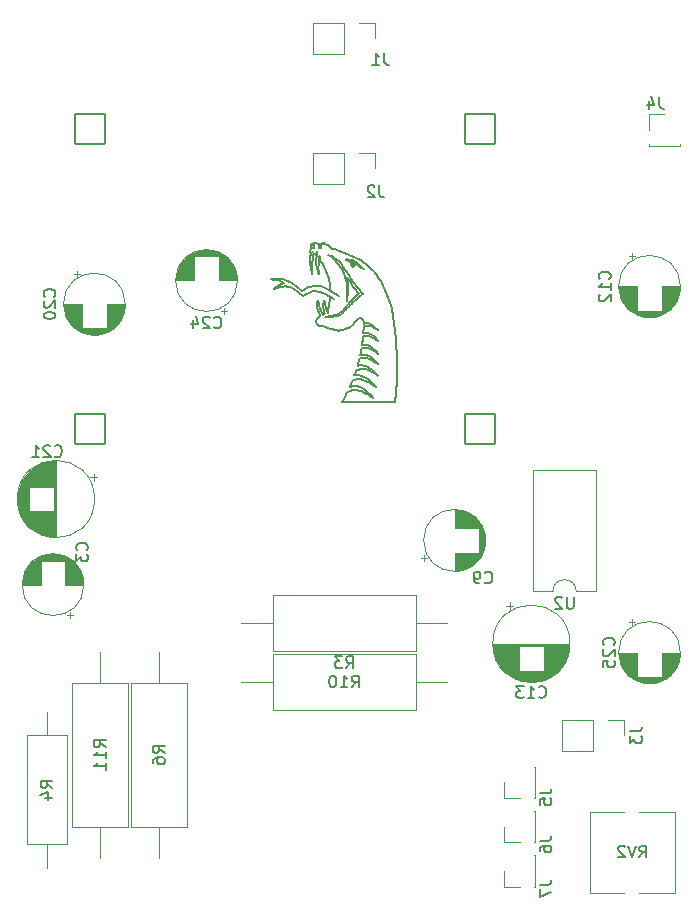
<source format=gbo>
G04 #@! TF.GenerationSoftware,KiCad,Pcbnew,(6.0.4)*
G04 #@! TF.CreationDate,2022-04-21T02:31:35-04:00*
G04 #@! TF.ProjectId,malice-striker-v2-2,6d616c69-6365-42d7-9374-72696b65722d,rev?*
G04 #@! TF.SameCoordinates,Original*
G04 #@! TF.FileFunction,Legend,Bot*
G04 #@! TF.FilePolarity,Positive*
%FSLAX46Y46*%
G04 Gerber Fmt 4.6, Leading zero omitted, Abs format (unit mm)*
G04 Created by KiCad (PCBNEW (6.0.4)) date 2022-04-21 02:31:35*
%MOMM*%
%LPD*%
G01*
G04 APERTURE LIST*
G04 Aperture macros list*
%AMRoundRect*
0 Rectangle with rounded corners*
0 $1 Rounding radius*
0 $2 $3 $4 $5 $6 $7 $8 $9 X,Y pos of 4 corners*
0 Add a 4 corners polygon primitive as box body*
4,1,4,$2,$3,$4,$5,$6,$7,$8,$9,$2,$3,0*
0 Add four circle primitives for the rounded corners*
1,1,$1+$1,$2,$3*
1,1,$1+$1,$4,$5*
1,1,$1+$1,$6,$7*
1,1,$1+$1,$8,$9*
0 Add four rect primitives between the rounded corners*
20,1,$1+$1,$2,$3,$4,$5,0*
20,1,$1+$1,$4,$5,$6,$7,0*
20,1,$1+$1,$6,$7,$8,$9,0*
20,1,$1+$1,$8,$9,$2,$3,0*%
G04 Aperture macros list end*
%ADD10C,0.150000*%
%ADD11C,0.170000*%
%ADD12C,0.200000*%
%ADD13C,0.003600*%
%ADD14C,0.120000*%
%ADD15R,1.800000X1.800000*%
%ADD16C,1.800000*%
%ADD17RoundRect,0.101600X1.270000X1.270000X-1.270000X1.270000X-1.270000X-1.270000X1.270000X-1.270000X0*%
%ADD18C,2.743200*%
%ADD19R,1.600000X1.600000*%
%ADD20C,1.600000*%
%ADD21R,1.700000X1.700000*%
%ADD22O,1.700000X1.700000*%
%ADD23C,2.400000*%
%ADD24O,2.400000X2.400000*%
%ADD25O,1.600000X1.600000*%
%ADD26C,1.440000*%
G04 APERTURE END LIST*
D10*
X46548174Y-54780114D02*
X46310316Y-54720024D01*
X46616547Y-54863942D02*
X46905585Y-54982702D01*
X46616547Y-54863942D02*
X46738903Y-55205359D01*
X43569177Y-53707396D02*
X43525891Y-53726146D01*
D11*
X46805194Y-55068904D02*
X46834994Y-55077783D01*
D12*
X48531402Y-62378758D02*
X48347343Y-62291113D01*
X48154899Y-62228448D01*
X48063926Y-62210815D01*
D11*
X46459902Y-54819975D02*
X46314794Y-54723550D01*
X46310316Y-54720024D01*
X47394492Y-57583169D02*
X47270703Y-57450540D01*
X47149498Y-57315816D01*
X47043727Y-57189758D01*
D12*
X44545367Y-55517669D02*
X44636529Y-55715124D01*
X44716601Y-55917625D01*
X44785265Y-56124277D01*
X44842206Y-56334181D01*
X44891501Y-58468761D02*
X44844246Y-58670521D01*
X44834220Y-58707560D01*
D13*
X43525891Y-53726146D02*
X43521736Y-53725888D01*
X43517597Y-53725250D01*
X43513493Y-53724258D01*
X43509442Y-53722933D01*
X43505466Y-53721301D01*
X43501582Y-53719385D01*
X43497812Y-53717210D01*
X43494175Y-53714798D01*
X43490689Y-53712175D01*
X43487376Y-53709363D01*
X43485273Y-53707396D01*
D12*
X43331031Y-54055393D02*
X43306014Y-54263488D01*
X43284567Y-54471916D01*
X43270261Y-54681011D01*
X43268571Y-54722940D01*
X43339639Y-53634574D02*
X43364940Y-53752350D01*
X43977353Y-55397256D02*
X43980769Y-55196409D01*
X43990281Y-54995873D01*
X44001308Y-54862590D01*
D11*
X47316543Y-55215485D02*
X47179763Y-55101079D01*
X47084972Y-55024718D01*
D12*
X47592221Y-62404993D02*
X47555918Y-62599191D01*
D11*
X47551646Y-55406860D02*
X47416798Y-55303202D01*
X47316543Y-55215485D01*
D12*
X48063926Y-62210815D02*
X47859919Y-62198507D01*
X47653260Y-62208286D01*
X47625631Y-62210212D01*
X43829715Y-54284260D02*
X43815831Y-54416008D01*
D11*
X46641171Y-56220573D02*
X46768100Y-56407112D01*
X46899271Y-56588611D01*
X47034077Y-56765789D01*
X47171913Y-56939368D01*
X47312172Y-57110067D01*
X47454250Y-57278605D01*
X47597539Y-57445703D01*
X47741434Y-57612082D01*
D12*
X46139086Y-66496658D02*
X46036499Y-66677910D01*
X45982149Y-66772506D01*
D13*
X47088632Y-55059597D02*
X47088811Y-55063525D01*
X47088948Y-55067456D01*
X47089042Y-55071388D01*
X47089091Y-55075322D01*
X47089100Y-55077571D01*
X47799917Y-59988458D02*
X47800108Y-59993696D01*
X47800241Y-59998931D01*
X47800324Y-60004163D01*
X47800364Y-60009393D01*
X47800368Y-60014621D01*
X47800345Y-60019847D01*
X47800301Y-60025073D01*
X47800245Y-60030298D01*
X47800183Y-60035522D01*
X47800123Y-60040747D01*
X47800088Y-60044231D01*
D12*
X50166365Y-58920306D02*
X50094081Y-58587821D01*
D11*
X46982211Y-54965575D02*
X46998168Y-55045038D01*
D12*
X47223868Y-59834132D02*
X47315183Y-59735734D01*
X45142089Y-53796596D02*
X44963105Y-53698788D01*
X44924983Y-53671246D01*
X44097516Y-54765152D02*
X44216319Y-54949507D01*
X44332387Y-55135372D01*
X44442981Y-55324256D01*
X44545367Y-55517669D01*
D11*
X46855187Y-54891559D02*
X46863685Y-54889394D01*
D13*
X46834994Y-55077783D02*
X46839756Y-55077535D01*
X46844490Y-55076840D01*
X46848004Y-55076041D01*
X46851472Y-55075016D01*
X46854883Y-55073779D01*
X46858223Y-55072340D01*
X46861479Y-55070711D01*
X46864640Y-55068904D01*
X46867692Y-55066930D01*
X46870624Y-55064802D01*
X46905585Y-54982702D02*
X46905523Y-54978879D01*
X46905346Y-54975064D01*
X46905055Y-54971256D01*
X46904648Y-54967458D01*
X46904127Y-54963672D01*
X46903491Y-54959899D01*
X46902740Y-54956142D01*
X46901874Y-54952402D01*
X46900892Y-54948680D01*
X46899796Y-54944979D01*
X46899001Y-54942525D01*
D12*
X44535364Y-53377853D02*
X44416053Y-53361128D01*
X48115359Y-61988100D02*
X48309344Y-62070208D01*
X48489490Y-62184963D01*
X48601134Y-62274046D01*
D13*
X44086044Y-53509315D02*
X44090406Y-53510659D01*
X44094751Y-53512026D01*
X44099065Y-53513436D01*
X44103330Y-53514913D01*
X44107530Y-53516478D01*
X44111650Y-53518152D01*
X44115672Y-53519958D01*
X44119582Y-53521919D01*
X44123362Y-53524055D01*
X44126996Y-53526389D01*
X44129331Y-53528066D01*
D12*
X44363156Y-53363103D02*
X44158236Y-53392468D01*
X44085525Y-53398162D01*
D11*
X44162680Y-53577334D02*
X44172588Y-53715955D01*
X46742360Y-54942128D02*
X46775474Y-54889357D01*
D13*
X46764764Y-55033063D02*
X46764999Y-55029391D01*
X46765300Y-55025723D01*
X46765673Y-55022063D01*
X46765758Y-55021333D01*
X43563038Y-54279039D02*
X43444463Y-54070421D01*
D11*
X44129331Y-53528066D02*
X44162680Y-53577334D01*
D12*
X47769797Y-60959667D02*
X47979294Y-60952249D01*
X48183092Y-60972990D01*
X44416053Y-53361128D02*
X44363156Y-53363103D01*
D11*
X46781724Y-58478619D02*
X46660613Y-58607413D01*
X46540350Y-58738010D01*
X46419555Y-58867530D01*
X46296852Y-58993093D01*
X46170861Y-59111819D01*
X46040205Y-59220826D01*
X45868225Y-59339032D01*
X45759386Y-59398167D01*
D12*
X44795401Y-59270042D02*
X44708306Y-59081865D01*
X44647478Y-58932870D01*
X44647478Y-58932870D02*
X44582908Y-58731024D01*
X44537391Y-58549292D01*
X44370082Y-60363479D02*
X44562332Y-60414989D01*
X47625631Y-62210212D02*
X47592221Y-62404993D01*
X43852347Y-55466502D02*
X43899051Y-55663172D01*
X43955256Y-55857683D01*
X43982603Y-55947138D01*
D11*
X44525018Y-59599733D02*
X44727413Y-59573037D01*
X44927776Y-59542833D01*
X45124073Y-59505610D01*
X45314270Y-59457859D01*
X45496334Y-59396072D01*
X45668232Y-59316738D01*
X45733690Y-59279306D01*
D12*
X43626671Y-53329884D02*
X43520177Y-53354963D01*
D13*
X44409071Y-59350141D02*
X44405060Y-59353220D01*
X44401035Y-59356281D01*
X44396996Y-59359323D01*
X44392946Y-59362350D01*
X44388884Y-59365361D01*
X44384812Y-59368359D01*
X44380730Y-59371343D01*
X44376640Y-59374317D01*
X44372542Y-59377280D01*
X44368438Y-59380234D01*
X44364328Y-59383181D01*
X44360213Y-59386122D01*
X44356094Y-59389057D01*
X44351973Y-59391989D01*
X44347850Y-59394918D01*
X44343726Y-59397846D01*
D12*
X43815810Y-54416453D02*
X43804772Y-54618492D01*
X43798237Y-54820646D01*
X43798605Y-54955537D01*
X47800088Y-60044231D02*
X47800000Y-60100000D01*
X47315183Y-59735734D02*
X47436681Y-59685812D01*
D11*
X46030240Y-55635798D02*
X45920223Y-55476157D01*
X45808510Y-55317355D01*
X45693401Y-55160231D01*
X45573200Y-55005625D01*
X45501575Y-54918733D01*
D13*
X46765758Y-55021333D02*
X46766212Y-55017747D01*
X46766721Y-55014169D01*
X46767258Y-55010594D01*
X46767367Y-55009880D01*
X46310316Y-54720024D02*
X46317690Y-54722612D01*
X46325064Y-54725197D01*
X46332439Y-54727773D01*
X46339815Y-54730336D01*
X46347193Y-54732883D01*
X46354572Y-54735409D01*
X46361953Y-54737910D01*
X46369337Y-54740382D01*
X46376723Y-54742821D01*
X46384113Y-54745222D01*
X46391506Y-54747581D01*
X46398903Y-54749894D01*
X46406304Y-54752158D01*
X46413709Y-54754367D01*
X46421120Y-54756518D01*
X46428535Y-54758606D01*
X46435956Y-54760628D01*
X46443383Y-54762579D01*
X46450817Y-54764454D01*
X46458256Y-54766251D01*
X46465703Y-54767964D01*
X46473157Y-54769590D01*
X46480619Y-54771123D01*
X46488088Y-54772561D01*
X46495566Y-54773899D01*
X46503053Y-54775133D01*
X46510548Y-54776258D01*
X46518053Y-54777271D01*
X46525568Y-54778167D01*
X46533093Y-54778943D01*
X46540628Y-54779593D01*
X46548174Y-54780114D01*
X43816119Y-54123059D02*
X43817637Y-54119678D01*
X43819166Y-54116303D01*
X43820706Y-54112933D01*
X43822255Y-54109567D01*
X43823813Y-54106205D01*
X43825381Y-54102848D01*
X43826958Y-54099495D01*
X43828542Y-54096146D01*
X43830136Y-54092800D01*
X43831736Y-54089458D01*
X43833345Y-54086120D01*
X43834960Y-54082784D01*
X43836582Y-54079452D01*
X43838211Y-54076123D01*
X43839846Y-54072797D01*
X43841486Y-54069474D01*
X43843132Y-54066152D01*
X43844783Y-54062834D01*
X43846438Y-54059517D01*
X43848099Y-54056203D01*
X43849763Y-54052890D01*
X43851431Y-54049579D01*
X43853102Y-54046270D01*
X43854776Y-54042962D01*
X43856453Y-54039655D01*
X43858132Y-54036350D01*
X43859814Y-54033045D01*
X43861497Y-54029741D01*
X43863181Y-54026438D01*
X43864867Y-54023135D01*
X43866553Y-54019833D01*
X43868240Y-54016531D01*
D11*
X46499391Y-56897232D02*
X46506082Y-57082972D01*
X46501622Y-57269185D01*
X46487540Y-57455153D01*
X46476122Y-57558098D01*
D12*
X42780403Y-57728583D02*
X42966131Y-57620178D01*
X43156688Y-57524243D01*
X43338174Y-57458343D01*
X48172210Y-60125938D02*
X48365907Y-60186458D01*
X48545888Y-60295654D01*
X48623177Y-60355661D01*
X47602867Y-64569098D02*
X47802093Y-64636131D01*
X47991342Y-64735422D01*
X48169415Y-64858263D01*
X48263074Y-64933478D01*
D11*
X46548174Y-54780114D02*
X46721096Y-54772765D01*
X46769963Y-54771948D01*
D13*
X47800000Y-60100000D02*
X47799991Y-60105228D01*
X47799978Y-60110455D01*
X47799958Y-60115683D01*
X47799935Y-60120911D01*
X47799907Y-60126138D01*
X47799876Y-60131365D01*
X47799843Y-60136593D01*
X47799807Y-60141820D01*
X47799769Y-60147047D01*
X47799731Y-60152274D01*
X47799705Y-60155759D01*
D12*
X46289142Y-66217550D02*
X46191569Y-66401201D01*
X46139086Y-66496658D01*
D13*
X42672157Y-57341213D02*
X42622330Y-57379948D01*
D11*
X45501575Y-54918733D02*
X45382288Y-54784303D01*
X45249780Y-54654336D01*
X45097143Y-54530170D01*
X44945053Y-54429377D01*
X44800000Y-54350000D01*
D12*
X50383204Y-60146886D02*
X50351179Y-59936260D01*
X50316832Y-59725997D01*
X50283592Y-59535193D01*
D13*
X44795584Y-58826782D02*
X44794174Y-58830400D01*
X44792750Y-58834013D01*
X44791315Y-58837621D01*
X44789867Y-58841225D01*
X44788410Y-58844824D01*
X44786942Y-58848419D01*
X44785466Y-58852011D01*
X44783982Y-58855600D01*
X44782490Y-58859186D01*
X44780993Y-58862769D01*
X44779490Y-58866350D01*
X44777982Y-58869930D01*
X44776471Y-58873508D01*
X44774958Y-58877085D01*
X44773443Y-58880661D01*
X44771927Y-58884238D01*
X46872394Y-54888058D02*
X46876001Y-54887801D01*
X46879616Y-54887653D01*
X46881286Y-54887601D01*
D11*
X46895948Y-55030692D02*
X46905585Y-54982702D01*
D12*
X44470991Y-59298302D02*
X44343726Y-59397846D01*
D13*
X43591655Y-54181525D02*
X43591698Y-54181482D01*
D12*
X47781649Y-60762337D02*
X47769797Y-60959667D01*
D11*
X44045417Y-53528066D02*
X44086044Y-53509315D01*
X44172588Y-53715955D02*
X44105666Y-53783973D01*
D13*
X46767367Y-55009880D02*
X46768816Y-55014432D01*
X46770298Y-55018968D01*
X46771844Y-55023472D01*
X46773486Y-55027927D01*
X46775257Y-55032317D01*
X46777187Y-55036626D01*
X46779311Y-55040837D01*
X46781659Y-55044935D01*
D12*
X43444463Y-54070421D02*
X43591655Y-54181461D01*
X47570767Y-59691596D02*
X47689805Y-59753636D01*
X44023747Y-58612812D02*
X43980093Y-58415683D01*
X43940456Y-58218050D01*
X43929432Y-58161546D01*
X47130378Y-64228901D02*
X47077878Y-64384755D01*
D13*
X46713244Y-55077571D02*
X46713278Y-55073053D01*
X46713373Y-55068538D01*
X46713527Y-55064026D01*
X46713741Y-55059518D01*
X46714014Y-55055014D01*
X46714347Y-55050514D01*
X46714738Y-55046019D01*
X46715188Y-55041529D01*
X46715697Y-55037045D01*
X46716264Y-55032567D01*
X46716890Y-55028095D01*
X46717574Y-55023630D01*
X46718316Y-55019173D01*
X46719115Y-55014723D01*
X46719973Y-55010281D01*
X46720888Y-55005849D01*
D12*
X44736833Y-57221114D02*
X44546236Y-57134650D01*
X44353403Y-57056266D01*
X44156097Y-56994043D01*
X44043728Y-56969432D01*
X46432321Y-65935324D02*
X46338859Y-66120791D01*
X46289142Y-66217550D01*
X47436681Y-59685812D02*
X47570767Y-59691596D01*
X43849211Y-59787650D02*
X43805610Y-59909543D01*
X48999006Y-62683455D02*
X48828102Y-62563183D01*
X48652832Y-62448813D01*
X48531402Y-62378758D01*
X48263074Y-64933478D02*
X48426484Y-65080772D01*
X48579987Y-65235665D01*
X48727459Y-65395183D01*
X48808210Y-65484708D01*
X47790576Y-60564706D02*
X47781649Y-60762337D01*
D11*
X46720888Y-55005849D02*
X46742360Y-54942128D01*
D13*
X46863685Y-54889394D02*
X46867475Y-54888682D01*
X46871297Y-54888167D01*
X46872394Y-54888058D01*
D12*
X43591698Y-54181482D02*
X43632380Y-54222207D01*
X47796573Y-60366811D02*
X47790576Y-60564706D01*
D11*
X47548026Y-55324615D02*
X47689080Y-55442113D01*
X47810098Y-55536781D01*
X46881286Y-55202475D02*
X46822315Y-55180981D01*
X46901204Y-55330766D02*
X46755936Y-55225177D01*
X46738903Y-55205359D01*
D12*
X48623177Y-60355661D02*
X48772807Y-60490348D01*
X48922047Y-60644519D01*
X48999873Y-60729163D01*
X43449108Y-55343408D02*
X43453617Y-55129058D01*
X43465633Y-54915182D01*
X43479582Y-54773218D01*
X44068814Y-54386904D02*
X44068559Y-54515255D01*
X44398325Y-58494853D02*
X44398325Y-58494853D01*
X47395991Y-63315747D02*
X47345086Y-63511287D01*
X47343385Y-63517579D01*
D13*
X43618812Y-53588817D02*
X43618449Y-53593237D01*
X43617999Y-53597658D01*
X43617462Y-53602076D01*
X43616837Y-53606488D01*
X43616125Y-53610892D01*
X43615326Y-53615287D01*
X43614439Y-53619668D01*
X43613464Y-53624035D01*
X43612402Y-53628384D01*
X43611253Y-53632713D01*
X43610016Y-53637019D01*
X43608692Y-53641300D01*
X43607280Y-53645554D01*
X43605781Y-53649779D01*
X43604194Y-53653970D01*
X43602520Y-53658128D01*
X46806330Y-55296195D02*
X46800729Y-55291705D01*
X46795324Y-55287013D01*
X46790113Y-55282128D01*
X46785094Y-55277061D01*
X46780263Y-55271819D01*
X46775618Y-55266413D01*
X46771157Y-55260852D01*
X46766879Y-55255145D01*
X46762779Y-55249301D01*
X46758856Y-55243330D01*
X46755108Y-55237242D01*
X46751532Y-55231045D01*
X46748126Y-55224749D01*
X46744887Y-55218363D01*
X46741814Y-55211896D01*
X46738903Y-55205359D01*
D12*
X43869967Y-58578136D02*
X43882820Y-58789805D01*
X43925129Y-58998998D01*
X43932530Y-59026461D01*
X47747954Y-63986163D02*
X47535454Y-63998200D01*
X47322785Y-64038373D01*
X47180963Y-64072450D01*
D13*
X44073929Y-59535592D02*
X44069378Y-59537247D01*
X44064819Y-59538881D01*
X44060252Y-59540493D01*
X44055678Y-59542083D01*
X44051095Y-59543651D01*
X44046506Y-59545197D01*
X44041909Y-59546721D01*
X44037304Y-59548224D01*
X44032693Y-59549704D01*
X44028075Y-59551162D01*
X44024993Y-59552122D01*
D12*
X40565305Y-56353993D02*
X40362539Y-56358106D01*
X40160409Y-56375485D01*
X39976927Y-56396949D01*
D13*
X43502216Y-53470239D02*
X43505744Y-53467760D01*
X43509430Y-53465494D01*
X43513255Y-53463419D01*
X43517205Y-53461512D01*
X43521262Y-53459752D01*
X43525412Y-53458117D01*
X43529636Y-53456584D01*
X43533920Y-53455132D01*
X43538248Y-53453739D01*
X43542602Y-53452382D01*
X43545512Y-53451488D01*
D12*
X43933464Y-60257966D02*
X44043806Y-60322093D01*
X48162133Y-61191914D02*
X47957277Y-61189919D01*
X47750429Y-61212333D01*
X48657987Y-61232142D02*
X48813331Y-61374589D01*
X48957511Y-61525410D01*
X49050737Y-61628130D01*
D13*
X44737171Y-53503219D02*
X44734422Y-53500617D01*
X44731670Y-53498017D01*
X44728916Y-53495421D01*
X44726157Y-53492830D01*
X44723393Y-53490244D01*
X44720623Y-53487665D01*
X44717848Y-53485093D01*
X44715066Y-53482529D01*
X44712276Y-53479975D01*
X44709478Y-53477432D01*
X44706672Y-53474900D01*
X44703856Y-53472380D01*
X44701030Y-53469874D01*
X44698193Y-53467383D01*
X44695344Y-53464907D01*
X44692484Y-53462447D01*
X44689611Y-53460005D01*
X44686724Y-53457581D01*
X44683823Y-53455177D01*
X44680908Y-53452794D01*
X44677977Y-53450432D01*
X44675030Y-53448092D01*
X44672066Y-53445776D01*
X44669085Y-53443485D01*
X44666086Y-53441219D01*
X44663068Y-53438979D01*
X44660031Y-53436767D01*
X44656973Y-53434584D01*
X44653895Y-53432430D01*
X44650795Y-53430306D01*
X44647674Y-53428214D01*
X44644530Y-53426155D01*
D11*
X46982211Y-55124500D02*
X46940281Y-55180981D01*
D12*
X40772585Y-56833762D02*
X40590306Y-56930850D01*
X40487144Y-56999332D01*
D11*
X47269892Y-55044190D02*
X47390146Y-55169406D01*
X47511973Y-55291206D01*
X47548026Y-55324615D01*
D12*
X41165254Y-56462406D02*
X40963751Y-56403587D01*
X40756163Y-56367533D01*
X40565305Y-56353993D01*
D11*
X46476122Y-57558098D02*
X46450468Y-57740715D01*
X46419706Y-57922371D01*
X46385833Y-58103441D01*
X46366408Y-58203922D01*
D12*
X44076972Y-54641606D02*
X44097601Y-54765130D01*
D13*
X46780385Y-55124500D02*
X46778423Y-55119766D01*
X46776593Y-55114984D01*
X46774895Y-55110158D01*
X46773326Y-55105292D01*
X46771888Y-55100388D01*
X46770578Y-55095451D01*
X46769397Y-55090484D01*
X46768343Y-55085491D01*
X46767416Y-55080476D01*
X46766616Y-55075441D01*
X46765941Y-55070391D01*
X46765390Y-55065329D01*
X46764964Y-55060260D01*
X46764662Y-55055185D01*
X46764482Y-55050110D01*
X46764425Y-55045038D01*
D12*
X49050737Y-61628130D02*
X48874700Y-61505185D01*
X48693006Y-61389784D01*
X48605675Y-61341153D01*
X47689805Y-59753636D02*
X47770061Y-59857613D01*
X43911614Y-53387615D02*
X43736329Y-53344830D01*
D11*
X47741434Y-57612082D02*
X47588280Y-57740744D01*
X47435606Y-57870417D01*
X47283894Y-58002113D01*
X47133622Y-58136842D01*
X46985272Y-58275615D01*
X46839323Y-58419445D01*
X46781724Y-58478619D01*
D12*
X43479582Y-54773218D02*
X43508758Y-54571870D01*
X43545165Y-54371421D01*
X43563038Y-54279039D01*
X44935809Y-58228847D02*
X44899236Y-58431419D01*
X44891501Y-58468761D01*
D11*
X46393459Y-56213901D02*
X46426789Y-56384090D01*
X46457380Y-56554537D01*
X46482493Y-56725498D01*
X46499391Y-56897232D01*
D12*
X44456523Y-58153164D02*
X44415236Y-58355372D01*
X44398325Y-58494853D01*
X50283592Y-59535193D02*
X50244544Y-59323593D01*
X50203941Y-59112282D01*
X50166365Y-58920306D01*
X47700628Y-61686332D02*
X47674427Y-61885503D01*
X47669425Y-61922367D01*
X44456523Y-58153164D02*
X44412971Y-58394953D01*
X44395376Y-58600409D01*
X44399984Y-58812344D01*
X44427777Y-59011334D01*
X44469310Y-59225289D01*
X44470991Y-59298302D01*
X50640423Y-63727781D02*
X50637725Y-63480506D01*
X50631802Y-63260796D01*
X50621130Y-63003534D01*
X50609228Y-62775896D01*
X50593379Y-62510693D01*
X50580350Y-62309541D01*
X50565161Y-62086475D01*
X50547651Y-61839405D01*
X50527658Y-61566244D01*
X50505019Y-61264905D01*
X50479572Y-60933299D01*
X50465746Y-60755494D01*
X46873010Y-64939879D02*
X46800045Y-65120996D01*
D13*
X43668887Y-54259118D02*
X43672286Y-54262591D01*
X43675682Y-54266069D01*
X43679072Y-54269552D01*
X43682459Y-54273038D01*
X43685841Y-54276529D01*
X43689218Y-54280025D01*
X43692592Y-54283524D01*
X43695960Y-54287028D01*
X43699325Y-54290536D01*
X43702685Y-54294048D01*
X43704923Y-54296392D01*
X43815831Y-54416008D02*
X43815789Y-54416411D01*
D12*
X47516792Y-62792802D02*
X47721368Y-62789148D01*
X47922151Y-62802943D01*
X48012492Y-62820024D01*
X48576056Y-63132008D02*
X48730370Y-63272205D01*
X48874729Y-63420076D01*
X49013658Y-63572135D01*
X49041191Y-63602742D01*
X50590647Y-65257900D02*
X50605434Y-65019111D01*
X50617703Y-64780157D01*
X50627399Y-64541077D01*
X50634472Y-64301909D01*
X50638867Y-64062692D01*
X50640532Y-63823465D01*
X50640423Y-63727781D01*
D13*
X44162680Y-53577334D02*
X44164353Y-53581591D01*
X44165940Y-53585857D01*
X44167440Y-53590133D01*
X44168853Y-53594418D01*
X44170178Y-53598712D01*
X44171416Y-53603016D01*
X44172566Y-53607330D01*
X44173630Y-53611655D01*
X44174606Y-53615990D01*
X44175494Y-53620335D01*
X44176295Y-53624691D01*
X44177009Y-53629059D01*
X44177635Y-53633437D01*
X44178173Y-53637828D01*
X44178624Y-53642230D01*
X44178987Y-53646644D01*
X46940281Y-55180981D02*
X46937069Y-55183361D01*
X46933765Y-55185631D01*
X46930375Y-55187784D01*
X46926906Y-55189815D01*
X46923363Y-55191718D01*
X46919752Y-55193486D01*
X46916081Y-55195114D01*
X46912354Y-55196596D01*
X46908577Y-55197926D01*
X46904758Y-55199097D01*
X46900902Y-55200105D01*
X46897016Y-55200943D01*
X46893105Y-55201604D01*
X46889175Y-55202084D01*
X46885233Y-55202376D01*
X46881286Y-55202475D01*
D12*
X44343726Y-59397846D02*
X44245249Y-59222103D01*
X44157591Y-59041618D01*
X48468840Y-64035108D02*
X48629208Y-64177530D01*
X48779311Y-64327002D01*
X48923165Y-64480765D01*
X49001863Y-64567029D01*
X40736553Y-56551202D02*
X40929323Y-56638252D01*
X41075580Y-56714957D01*
D13*
X43299895Y-54048704D02*
X43331031Y-54055393D01*
D12*
X48012492Y-62820024D02*
X48219244Y-62894512D01*
X48395890Y-62995882D01*
X48560335Y-63118902D01*
X48576056Y-63132008D01*
X44562332Y-60414989D02*
X44743712Y-60498700D01*
X43798605Y-54955537D02*
X43809639Y-55164315D01*
X43835185Y-55371716D01*
X43852347Y-55466502D01*
X44967295Y-57988298D02*
X44941393Y-58191361D01*
X44935809Y-58228847D01*
D11*
X46414828Y-57315783D02*
X46406525Y-57126827D01*
X46389203Y-56938273D01*
X46362819Y-56750755D01*
X46327330Y-56564908D01*
X46302946Y-56459704D01*
X44800000Y-54350000D02*
X44973068Y-54384241D01*
X45132388Y-54451042D01*
X45312276Y-54555424D01*
X45459542Y-54670202D01*
X45531294Y-54739119D01*
D12*
X43847202Y-54151087D02*
X43829715Y-54284260D01*
X44842206Y-56334181D02*
X44887671Y-56549023D01*
X44919938Y-56750132D01*
X44947305Y-56973473D01*
X44968391Y-57189831D01*
X44981900Y-57350000D01*
X48183092Y-60972990D02*
X48372552Y-61040880D01*
X48548848Y-61147388D01*
X48657987Y-61232142D01*
D13*
X44312719Y-53368572D02*
X44308202Y-53369255D01*
X44303691Y-53369969D01*
X44299184Y-53370711D01*
X44294680Y-53371475D01*
X44290179Y-53372259D01*
X44285680Y-53373057D01*
X44281182Y-53373866D01*
X44276685Y-53374681D01*
X44272187Y-53375499D01*
X44267689Y-53376314D01*
X44264690Y-53376855D01*
D12*
X47477772Y-64860919D02*
X47270330Y-64867535D01*
X47062334Y-64899713D01*
X46873010Y-64939879D01*
X43932530Y-59026461D02*
X43995784Y-59223088D01*
X44070041Y-59415459D01*
X44105941Y-59503616D01*
D11*
X44105666Y-53783973D02*
X44029025Y-53715955D01*
X46595422Y-58404737D02*
X46715897Y-58268576D01*
X46838599Y-58136376D01*
X46963116Y-58007405D01*
X47089034Y-57880927D01*
X47215943Y-57756211D01*
X47343428Y-57632521D01*
X47394492Y-57583169D01*
D12*
X44001308Y-54862590D02*
X44026993Y-54654072D01*
X44059144Y-54446235D01*
X44068814Y-54386904D01*
X40487144Y-56999332D02*
X40327527Y-57127519D01*
X40222714Y-57220923D01*
D13*
X46764425Y-55045038D02*
X46764460Y-55041292D01*
X46764560Y-55037550D01*
X46764723Y-55033810D01*
X46764764Y-55033063D01*
X44363156Y-53363103D02*
X44358411Y-53363472D01*
X44353669Y-53363868D01*
X44348929Y-53364290D01*
X44344192Y-53364741D01*
X44339458Y-53365222D01*
X44334729Y-53365734D01*
X44330003Y-53366278D01*
X44325282Y-53366856D01*
X44320566Y-53367469D01*
X44315856Y-53368118D01*
X44312719Y-53368572D01*
D11*
X46769963Y-54771948D02*
X46944175Y-54804691D01*
X47007820Y-54832038D01*
D13*
X44105666Y-53783973D02*
X44101288Y-53783817D01*
X44096932Y-53783243D01*
X44092612Y-53782281D01*
X44088344Y-53780960D01*
X44084144Y-53779312D01*
X44080027Y-53777365D01*
X44076008Y-53775150D01*
X44072104Y-53772697D01*
X44068329Y-53770037D01*
X44064700Y-53767199D01*
X44062369Y-53765223D01*
D12*
X47948500Y-63074547D02*
X47745117Y-63074178D01*
X47540227Y-63098337D01*
X47445440Y-63113116D01*
X50455523Y-66772506D02*
X50479168Y-66536058D01*
X50502433Y-66299578D01*
X50524938Y-66063036D01*
X50546302Y-65826400D01*
X50566145Y-65589638D01*
X50584087Y-65352718D01*
X50590647Y-65257900D01*
X43338174Y-57458343D02*
X43542148Y-57419506D01*
X43750933Y-57414910D01*
X43937882Y-57440653D01*
X43982603Y-55947138D02*
X43979237Y-55740998D01*
X43977243Y-55534794D01*
X43977353Y-55397256D01*
D13*
X46870624Y-55064802D02*
X46873751Y-55062247D01*
X46876715Y-55059525D01*
X46879516Y-55056647D01*
X46882159Y-55053625D01*
X46884646Y-55050472D01*
X46886981Y-55047199D01*
X46889166Y-55043818D01*
X46891205Y-55040341D01*
X46893100Y-55036780D01*
X46894854Y-55033147D01*
X46895948Y-55030692D01*
X44097601Y-54765130D02*
X44097516Y-54765152D01*
D12*
X43268571Y-54722940D02*
X43267419Y-54939687D01*
X43280424Y-55155959D01*
X43306206Y-55350802D01*
X44043806Y-60322093D02*
X44171176Y-60345285D01*
X50465746Y-60755494D02*
X50438347Y-60546148D01*
X50410164Y-60336912D01*
X50383204Y-60146886D01*
X42622330Y-57379948D02*
X41731237Y-56746262D01*
D13*
X43591655Y-54181461D02*
X43591655Y-54181525D01*
X44529294Y-59242525D02*
X44525695Y-59246059D01*
X44522095Y-59249593D01*
X44518494Y-59253124D01*
X44514889Y-59256652D01*
X44511280Y-59260175D01*
X44507665Y-59263693D01*
X44504044Y-59267203D01*
X44500416Y-59270706D01*
X44496779Y-59274199D01*
X44493132Y-59277683D01*
X44489475Y-59281154D01*
X44485806Y-59284613D01*
X44482124Y-59288059D01*
X44478428Y-59291489D01*
X44474717Y-59294904D01*
X44470991Y-59298302D01*
D12*
X46724395Y-65301101D02*
X46646040Y-65480157D01*
X48371767Y-64168757D02*
X48183187Y-64084252D01*
X47987592Y-64021318D01*
X47788061Y-63988400D01*
X47747954Y-63986163D01*
D13*
X43815789Y-54416411D02*
X43815810Y-54416453D01*
D12*
X47287600Y-63718545D02*
X47493085Y-63693894D01*
X47695824Y-63686527D01*
X47828102Y-63699753D01*
X45982149Y-66772506D02*
X50455523Y-66772506D01*
X44771927Y-58884238D02*
X44795401Y-59270042D01*
X47343385Y-63517579D02*
X47289363Y-63712270D01*
X47287600Y-63718545D01*
X41159246Y-57002202D02*
X41365479Y-57020693D01*
X41541364Y-57070167D01*
X48175200Y-60333237D02*
X47974669Y-60339350D01*
X47796573Y-60366811D01*
X40761616Y-57059253D02*
X40959602Y-57020798D01*
X41159246Y-57002202D01*
X49168489Y-56431917D02*
X49048841Y-56251027D01*
X48921217Y-56074830D01*
X48785994Y-55903706D01*
X48643552Y-55738033D01*
X48494269Y-55578190D01*
X48338525Y-55424557D01*
X48176698Y-55277511D01*
X48009167Y-55137432D01*
X47836310Y-55004699D01*
X47658508Y-54879691D01*
X47537413Y-54800831D01*
D11*
X46996032Y-55296195D02*
X46901204Y-55330766D01*
D12*
X44816377Y-58767867D02*
X44795584Y-58826782D01*
D11*
X43586134Y-53470239D02*
X43618812Y-53588817D01*
D13*
X46899001Y-54942525D02*
X46897451Y-54938170D01*
X46895728Y-54933875D01*
X46893823Y-54929665D01*
X46891725Y-54925567D01*
X46889425Y-54921606D01*
X46886914Y-54917809D01*
X46884181Y-54914201D01*
X46881217Y-54910809D01*
D12*
X43428059Y-53417939D02*
X43361567Y-53518387D01*
D11*
X45733690Y-59279306D02*
X45886001Y-59172977D01*
X46028201Y-59049221D01*
X46162722Y-58912263D01*
X46291997Y-58766327D01*
X46418462Y-58615638D01*
X46544548Y-58464424D01*
X46595422Y-58404737D01*
D13*
X46822315Y-55180981D02*
X46818832Y-55178189D01*
X46815471Y-55175272D01*
X46812231Y-55172236D01*
X46809109Y-55169086D01*
X46806105Y-55165827D01*
X46803216Y-55162466D01*
X46800442Y-55159009D01*
X46797781Y-55155460D01*
X46795232Y-55151827D01*
X46792792Y-55148114D01*
X46790462Y-55144328D01*
X46788238Y-55140475D01*
X46786120Y-55136559D01*
X46784106Y-55132588D01*
X46782195Y-55128566D01*
X46780385Y-55124500D01*
D12*
X43929432Y-58161546D02*
X43890324Y-58369341D01*
X43869967Y-58578136D01*
X41075580Y-56714957D02*
X40884834Y-56785854D01*
X40772585Y-56833762D01*
D13*
X44019117Y-53577334D02*
X44020075Y-53573828D01*
X44021103Y-53570328D01*
X44022204Y-53566845D01*
X44023384Y-53563390D01*
X44024647Y-53559974D01*
X44025998Y-53556607D01*
X44027442Y-53553300D01*
X44029793Y-53548478D01*
X44032381Y-53543853D01*
X44035220Y-53539462D01*
X44038329Y-53535343D01*
X44041722Y-53531532D01*
X44045417Y-53528066D01*
X43586134Y-53470239D02*
X43589827Y-53473705D01*
X43593219Y-53477516D01*
X43596327Y-53481635D01*
X43599166Y-53486026D01*
X43601752Y-53490651D01*
X43604102Y-53495473D01*
X43605546Y-53498780D01*
X43606896Y-53502147D01*
X43608159Y-53505563D01*
X43609338Y-53509018D01*
X43610439Y-53512501D01*
X43611466Y-53516001D01*
X43612424Y-53519507D01*
X45744258Y-57831665D02*
X45744215Y-57831665D01*
D12*
X44743712Y-60498700D02*
X44941061Y-60572592D01*
X45139394Y-60640014D01*
X45339692Y-60694496D01*
X45542938Y-60729569D01*
X45660781Y-60738406D01*
X48999873Y-60729163D02*
X48823806Y-60606984D01*
X48640833Y-60493922D01*
X48586321Y-60464570D01*
D11*
X47063443Y-55205359D02*
X46996032Y-55296195D01*
D13*
X43569177Y-53707396D02*
X43565654Y-53710335D01*
X43561975Y-53713117D01*
X43558156Y-53715711D01*
X43554213Y-53718088D01*
X43550161Y-53720217D01*
X43546015Y-53722067D01*
X43541791Y-53723610D01*
X43537506Y-53724815D01*
X43533173Y-53725651D01*
X43528809Y-53726090D01*
X43525891Y-53726146D01*
X43740499Y-54334009D02*
X43742532Y-54327434D01*
X43744568Y-54320859D01*
X43746608Y-54314286D01*
X43748652Y-54307714D01*
X43750704Y-54301145D01*
X43752765Y-54294579D01*
X43754837Y-54288016D01*
X43756921Y-54281457D01*
X43759019Y-54274903D01*
X43761134Y-54268354D01*
X43763267Y-54261810D01*
X43765419Y-54255274D01*
X43767593Y-54248744D01*
X43769790Y-54242221D01*
X43772012Y-54235707D01*
X43774261Y-54229202D01*
X43632380Y-54222207D02*
X43635810Y-54225659D01*
X43639240Y-54229112D01*
X43642669Y-54232566D01*
X43646097Y-54236021D01*
X43649523Y-54239478D01*
X43652947Y-54242937D01*
X43656369Y-54246398D01*
X43659788Y-54249863D01*
X43663203Y-54253330D01*
X43666615Y-54256801D01*
X43668887Y-54259118D01*
D12*
X43736329Y-53344830D02*
X43626671Y-53329884D01*
X48586321Y-60464570D02*
X48398451Y-60382547D01*
X48201802Y-60335881D01*
X48175200Y-60333237D01*
X48808210Y-65484708D02*
X48626371Y-65357548D01*
X48441411Y-65234469D01*
X48250204Y-65119551D01*
X48140131Y-65060736D01*
X47023441Y-64539979D02*
X47225937Y-64534500D01*
X47443706Y-64543156D01*
X47602867Y-64569098D01*
X48623637Y-66461865D02*
X48439599Y-66333703D01*
X48252767Y-66209124D01*
X48060346Y-66091713D01*
X47859543Y-65985052D01*
X43364940Y-53752350D02*
X43299895Y-54048704D01*
D11*
X47810098Y-55536781D02*
X47653247Y-55464892D01*
X47551646Y-55406860D01*
D12*
X43453734Y-55935094D02*
X43450627Y-55731796D01*
X43448739Y-55528423D01*
X43449108Y-55343408D01*
X47669425Y-61922367D02*
X47881862Y-61941009D01*
X48088545Y-61980214D01*
X48115359Y-61988100D01*
X43331409Y-57010870D02*
X43137774Y-57083565D01*
X42952210Y-57176106D01*
X42771558Y-57280728D01*
X42672157Y-57341213D01*
D13*
X43468872Y-53519507D02*
X43470337Y-53515958D01*
X43471868Y-53512425D01*
X43473466Y-53508918D01*
X43475137Y-53505447D01*
X43476885Y-53502022D01*
X43478712Y-53498653D01*
X43480622Y-53495350D01*
X43482620Y-53492123D01*
X43484710Y-53488981D01*
X43486895Y-53485936D01*
X43489178Y-53482997D01*
X43491565Y-53480174D01*
X43494058Y-53477476D01*
X43496662Y-53474914D01*
X43499380Y-53472498D01*
X43502216Y-53470239D01*
D12*
X42651265Y-57828066D02*
X42780403Y-57728583D01*
D11*
X43545512Y-53451488D02*
X43586134Y-53470239D01*
D12*
X43937882Y-57440653D02*
X44141010Y-57502566D01*
X44336339Y-57588788D01*
X44510583Y-57677551D01*
D11*
X46616547Y-54863942D02*
X46459902Y-54819975D01*
D12*
X47828102Y-63699753D02*
X48020891Y-63755199D01*
X48204681Y-63846508D01*
X48377837Y-63963186D01*
X48468840Y-64035108D01*
X49041191Y-63602742D02*
X48875072Y-63486282D01*
X48705672Y-63374166D01*
X48529709Y-63270738D01*
X48493441Y-63251478D01*
D13*
X47084972Y-55024718D02*
X47085509Y-55028487D01*
X47086034Y-55032258D01*
X47086536Y-55036032D01*
X47087001Y-55039810D01*
X47087246Y-55041972D01*
D11*
X47043727Y-57189758D02*
X46935298Y-57047760D01*
X46832446Y-56901398D01*
X46733424Y-56752245D01*
X46713927Y-56722218D01*
D13*
X46940281Y-54909095D02*
X46943763Y-54911623D01*
X46947125Y-54914336D01*
X46950366Y-54917222D01*
X46953488Y-54920270D01*
X46956492Y-54923470D01*
X46959381Y-54926811D01*
X46962155Y-54930281D01*
X46964816Y-54933871D01*
X46967366Y-54937569D01*
X46969805Y-54941364D01*
X46972136Y-54945246D01*
X46974360Y-54949204D01*
X46976477Y-54953226D01*
X46978491Y-54957303D01*
X46980401Y-54961422D01*
X46982211Y-54965575D01*
D12*
X47077878Y-64384755D02*
X47023441Y-64539979D01*
X44085525Y-53398162D02*
X43911614Y-53387615D01*
X39976927Y-56396949D02*
X40184730Y-56422658D01*
X40367417Y-56451399D01*
D11*
X47007820Y-54832038D02*
X47154843Y-54933504D01*
X47269892Y-55044190D01*
D13*
X46881286Y-54887601D02*
X46885233Y-54888531D01*
X46889175Y-54889472D01*
X46893105Y-54890432D01*
X46897016Y-54891421D01*
X46900902Y-54892449D01*
X46904758Y-54893525D01*
X46908577Y-54894660D01*
X46912354Y-54895863D01*
X46916081Y-54897143D01*
X46919752Y-54898511D01*
X46923363Y-54899975D01*
X46926906Y-54901547D01*
X46930375Y-54903235D01*
X46933765Y-54905049D01*
X46937069Y-54906999D01*
X46940281Y-54909095D01*
D12*
X49001863Y-64567029D02*
X48830517Y-64447385D01*
X48656146Y-64331674D01*
X48475726Y-64223827D01*
X48371767Y-64168757D01*
D11*
X45531294Y-54739119D02*
X45700480Y-54884830D01*
X45855374Y-55048838D01*
X45963848Y-55181741D01*
X46067034Y-55321480D01*
X46166113Y-55466575D01*
X46262263Y-55615547D01*
X46356665Y-55766913D01*
X46450497Y-55919193D01*
X46544939Y-56070906D01*
X46641171Y-56220573D01*
D12*
X47537413Y-54800831D02*
X47349005Y-54687507D01*
X47156552Y-54582017D01*
X46960473Y-54483552D01*
X46761185Y-54391300D01*
X46559107Y-54304451D01*
X46354658Y-54222195D01*
X46148256Y-54143720D01*
X45940320Y-54068218D01*
X45731267Y-53994877D01*
X45521518Y-53922887D01*
X45381504Y-53875244D01*
X45744215Y-57831665D02*
X44736833Y-57221114D01*
X47180963Y-64072450D02*
X47130378Y-64228901D01*
D11*
X45759386Y-59398167D02*
X45585391Y-59469043D01*
X45401799Y-59519895D01*
X45210386Y-59554430D01*
X45012931Y-59576358D01*
X44811210Y-59589385D01*
X44607000Y-59597221D01*
X44525018Y-59599733D01*
X46302946Y-56459704D02*
X46253120Y-56276616D01*
X46196052Y-56095635D01*
X46133770Y-55916169D01*
X46068301Y-55737631D01*
X46030240Y-55635798D01*
D13*
X46781659Y-55044935D02*
X46783951Y-55048461D01*
X46786440Y-55051869D01*
X46789120Y-55055142D01*
X46791986Y-55058263D01*
X46795032Y-55061216D01*
X46798252Y-55063985D01*
X46801641Y-55066553D01*
X46805194Y-55068904D01*
D11*
X47089100Y-55077571D02*
X47063443Y-55205359D01*
D12*
X47770061Y-59857613D02*
X47799917Y-59988458D01*
X50094081Y-58587821D02*
X50022540Y-58377839D01*
X49950188Y-58168276D01*
X49876216Y-57959550D01*
X49799813Y-57752080D01*
X49720167Y-57546283D01*
X49636470Y-57342578D01*
X49547909Y-57141384D01*
X49453676Y-56943120D01*
X49352959Y-56748203D01*
X49244948Y-56557052D01*
X49168489Y-56431917D01*
X48605675Y-61341153D02*
X48417059Y-61255392D01*
X48219629Y-61200165D01*
X48162133Y-61191914D01*
X43520177Y-53354963D02*
X43428059Y-53417939D01*
X48140131Y-65060736D02*
X47940060Y-64969886D01*
X47732504Y-64901395D01*
X47520457Y-64863927D01*
X47477772Y-64860919D01*
X47555918Y-62599191D02*
X47516792Y-62792802D01*
X43805610Y-59909543D02*
X43805979Y-60037161D01*
X46800045Y-65120996D02*
X46724395Y-65301101D01*
X47106626Y-65785874D02*
X46894784Y-65806953D01*
X46684188Y-65856504D01*
X46474272Y-65921583D01*
X46432321Y-65935324D01*
X44171176Y-60345285D02*
X44370082Y-60363479D01*
X47445440Y-63113116D02*
X47397573Y-63309424D01*
X47395991Y-63315747D01*
X48493441Y-63251478D02*
X48295444Y-63160787D01*
X48089076Y-63096817D01*
X47948500Y-63074547D01*
X45381504Y-53875244D02*
X45186005Y-53814043D01*
X45142089Y-53796596D01*
X43805979Y-60037161D02*
X43850290Y-60158786D01*
D11*
X46713927Y-56722218D02*
X46612593Y-56563985D01*
X46512579Y-56405068D01*
X46413284Y-56245776D01*
X46393459Y-56213901D01*
D12*
X45660781Y-60738406D02*
X45863477Y-60731834D01*
X46065630Y-60698673D01*
X46262463Y-60640202D01*
X46449201Y-60557699D01*
X46549538Y-60500259D01*
D13*
X46881217Y-54910809D02*
X46878380Y-54907983D01*
X46875377Y-54905326D01*
X46872230Y-54902812D01*
X46868965Y-54900418D01*
X46865604Y-54898119D01*
X46862171Y-54895892D01*
X46858691Y-54893713D01*
X46855187Y-54891559D01*
X45295504Y-57455111D02*
X45744258Y-57831665D01*
D12*
X47859543Y-65985052D02*
X47654510Y-65895827D01*
X47442399Y-65828348D01*
X47226710Y-65790794D01*
X47106626Y-65785874D01*
X44537391Y-58549292D02*
X44495199Y-58351504D01*
X44456523Y-58153164D01*
X47750429Y-61212333D02*
X47731417Y-61412567D01*
X47727650Y-61449624D01*
D13*
X44105941Y-59503616D02*
X44121900Y-59517078D01*
D12*
X47727650Y-61449624D02*
X47705184Y-61649385D01*
X47700628Y-61686332D01*
X43868240Y-54016531D02*
X43847202Y-54151087D01*
D13*
X47087246Y-55041972D02*
X47087638Y-55045819D01*
X47087978Y-55049672D01*
X47088268Y-55053529D01*
X47088512Y-55057390D01*
X47088632Y-55059597D01*
D12*
X43704923Y-54296392D02*
X43740499Y-54334009D01*
X44924983Y-53671246D02*
X44771533Y-53535932D01*
X44737171Y-53503219D01*
X44157591Y-59041618D02*
X44085820Y-58843898D01*
X44030320Y-58640188D01*
X44023747Y-58612812D01*
D13*
X44029025Y-53715955D02*
X44027350Y-53711797D01*
X44025762Y-53707606D01*
X44024263Y-53703382D01*
X44022850Y-53699128D01*
X44021525Y-53694846D01*
X44020288Y-53690540D01*
X44019138Y-53686211D01*
X44018075Y-53681862D01*
X44017100Y-53677496D01*
X44016212Y-53673114D01*
X44015412Y-53668720D01*
X44014699Y-53664315D01*
X44014074Y-53659903D01*
X44013536Y-53655485D01*
X44013085Y-53651065D01*
X44012723Y-53646644D01*
D12*
X43306206Y-55350802D02*
X43348232Y-55553370D01*
X43401075Y-55753798D01*
X43453734Y-55935094D01*
D13*
X43774261Y-54229202D02*
X43776621Y-54222470D01*
X43779013Y-54215749D01*
X43781437Y-54209039D01*
X43783893Y-54202341D01*
X43786383Y-54195655D01*
X43788906Y-54188981D01*
X43791464Y-54182321D01*
X43794056Y-54175674D01*
X43796684Y-54169042D01*
X43799347Y-54162424D01*
X43802048Y-54155822D01*
X43804785Y-54149235D01*
X43807561Y-54142665D01*
X43810374Y-54136112D01*
X43813227Y-54129576D01*
X43816119Y-54123059D01*
D12*
X44068559Y-54515255D02*
X44076972Y-54641606D01*
X44121900Y-59517078D02*
X43962432Y-59667431D01*
X43849211Y-59787650D01*
X44510583Y-57677551D02*
X45300000Y-58100000D01*
D13*
X44172588Y-53715955D02*
X44171125Y-53721066D01*
X44169503Y-53726130D01*
X44167703Y-53731129D01*
X44165711Y-53736043D01*
X44163509Y-53740852D01*
X44161082Y-53745539D01*
X44158412Y-53750083D01*
X44155483Y-53754467D01*
X44152279Y-53758670D01*
X44148783Y-53762673D01*
X44146283Y-53765223D01*
D12*
X40222714Y-57220923D02*
X40761616Y-57059253D01*
D11*
X44029025Y-53715955D02*
X44039687Y-53541119D01*
X44045417Y-53528066D01*
X46366408Y-58203922D02*
X46383910Y-58009820D01*
X46399328Y-57815665D01*
X46410579Y-57621402D01*
X46415579Y-57426976D01*
X46414828Y-57315783D01*
D12*
X48009214Y-65848372D02*
X48174172Y-65993906D01*
X48329399Y-66146159D01*
X48478140Y-66302892D01*
X48623637Y-66461865D01*
D11*
X46775474Y-54889357D02*
X46616547Y-54863942D01*
D12*
X48601134Y-62274046D02*
X48757940Y-62421144D01*
X48904217Y-62577145D01*
X48999006Y-62683455D01*
X43850290Y-60158786D02*
X43933464Y-60257966D01*
X46549538Y-60500259D02*
X46716851Y-60379320D01*
X46869573Y-60240125D01*
X47011787Y-60087785D01*
X47147581Y-59927412D01*
X47223868Y-59834132D01*
X44043728Y-56969432D02*
X43843101Y-56947285D01*
X43640080Y-56951744D01*
X43439715Y-56982514D01*
X43331409Y-57010870D01*
D13*
X44834220Y-58707560D02*
X44833165Y-58711346D01*
X44832105Y-58715132D01*
X44831038Y-58718915D01*
X44829965Y-58722697D01*
X44828884Y-58726477D01*
X44827796Y-58730254D01*
X44826699Y-58734029D01*
X44825594Y-58737801D01*
X44824479Y-58741571D01*
X44823355Y-58745337D01*
X44822220Y-58749101D01*
X44821075Y-58752861D01*
X44819918Y-58756618D01*
X44818750Y-58760371D01*
X44817570Y-58764121D01*
X44816377Y-58767867D01*
D12*
X43361567Y-53518387D02*
X43339639Y-53634574D01*
X47270383Y-65460797D02*
X47468501Y-65515801D01*
X47658547Y-65604348D01*
X47839219Y-65718012D01*
X48009214Y-65848372D01*
X46646040Y-65480157D02*
X46863725Y-65454487D01*
X47078944Y-65444105D01*
X47270383Y-65460797D01*
X40367417Y-56451399D02*
X40566140Y-56495889D01*
X40736553Y-56551202D01*
D13*
X44024993Y-59552122D02*
X44020339Y-59553550D01*
X44015678Y-59554959D01*
X44011013Y-59556349D01*
X44006343Y-59557723D01*
X44001668Y-59559084D01*
X43996990Y-59560432D01*
X43992309Y-59561771D01*
X43987626Y-59563101D01*
X43982941Y-59564427D01*
X43978255Y-59565748D01*
X43975131Y-59566629D01*
X46998168Y-55045038D02*
X46998107Y-55050113D01*
X46997925Y-55055190D01*
X46997621Y-55060266D01*
X46997194Y-55065336D01*
X46996644Y-55070399D01*
X46995969Y-55075449D01*
X46995168Y-55080483D01*
X46994242Y-55085498D01*
X46993190Y-55090491D01*
X46992009Y-55095457D01*
X46990701Y-55100393D01*
X46989264Y-55105295D01*
X46987697Y-55110161D01*
X46986000Y-55114986D01*
X46984171Y-55119767D01*
X46982211Y-55124500D01*
D11*
X43618812Y-53588817D02*
X43525891Y-53726146D01*
D12*
X41541364Y-57070167D02*
X41722353Y-57156461D01*
X41894940Y-57260822D01*
X44121900Y-59517078D02*
X43849211Y-59787650D01*
X41731237Y-56746262D02*
X41541206Y-56637904D01*
X41347536Y-56538215D01*
X41165254Y-56462406D01*
X47799705Y-60155759D02*
X47999603Y-60124533D01*
X48172210Y-60125938D01*
X44737171Y-53503219D02*
X44569591Y-53389879D01*
X44535364Y-53377853D01*
X41894940Y-57260822D02*
X42651265Y-57828066D01*
D11*
X46738903Y-55205359D02*
X46713244Y-55077571D01*
D10*
X24357142Y-79333333D02*
X24404761Y-79285714D01*
X24452380Y-79142857D01*
X24452380Y-79047619D01*
X24404761Y-78904761D01*
X24309523Y-78809523D01*
X24214285Y-78761904D01*
X24023809Y-78714285D01*
X23880952Y-78714285D01*
X23690476Y-78761904D01*
X23595238Y-78809523D01*
X23500000Y-78904761D01*
X23452380Y-79047619D01*
X23452380Y-79142857D01*
X23500000Y-79285714D01*
X23547619Y-79333333D01*
X23452380Y-79666666D02*
X23452380Y-80285714D01*
X23833333Y-79952380D01*
X23833333Y-80095238D01*
X23880952Y-80190476D01*
X23928571Y-80238095D01*
X24023809Y-80285714D01*
X24261904Y-80285714D01*
X24357142Y-80238095D01*
X24404761Y-80190476D01*
X24452380Y-80095238D01*
X24452380Y-79809523D01*
X24404761Y-79714285D01*
X24357142Y-79666666D01*
X58066666Y-82057142D02*
X58114285Y-82104761D01*
X58257142Y-82152380D01*
X58352380Y-82152380D01*
X58495238Y-82104761D01*
X58590476Y-82009523D01*
X58638095Y-81914285D01*
X58685714Y-81723809D01*
X58685714Y-81580952D01*
X58638095Y-81390476D01*
X58590476Y-81295238D01*
X58495238Y-81200000D01*
X58352380Y-81152380D01*
X58257142Y-81152380D01*
X58114285Y-81200000D01*
X58066666Y-81247619D01*
X57590476Y-82152380D02*
X57400000Y-82152380D01*
X57304761Y-82104761D01*
X57257142Y-82057142D01*
X57161904Y-81914285D01*
X57114285Y-81723809D01*
X57114285Y-81342857D01*
X57161904Y-81247619D01*
X57209523Y-81200000D01*
X57304761Y-81152380D01*
X57495238Y-81152380D01*
X57590476Y-81200000D01*
X57638095Y-81247619D01*
X57685714Y-81342857D01*
X57685714Y-81580952D01*
X57638095Y-81676190D01*
X57590476Y-81723809D01*
X57495238Y-81771428D01*
X57304761Y-81771428D01*
X57209523Y-81723809D01*
X57161904Y-81676190D01*
X57114285Y-81580952D01*
X68607142Y-56357142D02*
X68654761Y-56309523D01*
X68702380Y-56166666D01*
X68702380Y-56071428D01*
X68654761Y-55928571D01*
X68559523Y-55833333D01*
X68464285Y-55785714D01*
X68273809Y-55738095D01*
X68130952Y-55738095D01*
X67940476Y-55785714D01*
X67845238Y-55833333D01*
X67750000Y-55928571D01*
X67702380Y-56071428D01*
X67702380Y-56166666D01*
X67750000Y-56309523D01*
X67797619Y-56357142D01*
X68702380Y-57309523D02*
X68702380Y-56738095D01*
X68702380Y-57023809D02*
X67702380Y-57023809D01*
X67845238Y-56928571D01*
X67940476Y-56833333D01*
X67988095Y-56738095D01*
X67797619Y-57690476D02*
X67750000Y-57738095D01*
X67702380Y-57833333D01*
X67702380Y-58071428D01*
X67750000Y-58166666D01*
X67797619Y-58214285D01*
X67892857Y-58261904D01*
X67988095Y-58261904D01*
X68130952Y-58214285D01*
X68702380Y-57642857D01*
X68702380Y-58261904D01*
X62642857Y-91757142D02*
X62690476Y-91804761D01*
X62833333Y-91852380D01*
X62928571Y-91852380D01*
X63071428Y-91804761D01*
X63166666Y-91709523D01*
X63214285Y-91614285D01*
X63261904Y-91423809D01*
X63261904Y-91280952D01*
X63214285Y-91090476D01*
X63166666Y-90995238D01*
X63071428Y-90900000D01*
X62928571Y-90852380D01*
X62833333Y-90852380D01*
X62690476Y-90900000D01*
X62642857Y-90947619D01*
X61690476Y-91852380D02*
X62261904Y-91852380D01*
X61976190Y-91852380D02*
X61976190Y-90852380D01*
X62071428Y-90995238D01*
X62166666Y-91090476D01*
X62261904Y-91138095D01*
X61357142Y-90852380D02*
X60738095Y-90852380D01*
X61071428Y-91233333D01*
X60928571Y-91233333D01*
X60833333Y-91280952D01*
X60785714Y-91328571D01*
X60738095Y-91423809D01*
X60738095Y-91661904D01*
X60785714Y-91757142D01*
X60833333Y-91804761D01*
X60928571Y-91852380D01*
X61214285Y-91852380D01*
X61309523Y-91804761D01*
X61357142Y-91757142D01*
X21607142Y-57857142D02*
X21654761Y-57809523D01*
X21702380Y-57666666D01*
X21702380Y-57571428D01*
X21654761Y-57428571D01*
X21559523Y-57333333D01*
X21464285Y-57285714D01*
X21273809Y-57238095D01*
X21130952Y-57238095D01*
X20940476Y-57285714D01*
X20845238Y-57333333D01*
X20750000Y-57428571D01*
X20702380Y-57571428D01*
X20702380Y-57666666D01*
X20750000Y-57809523D01*
X20797619Y-57857142D01*
X20797619Y-58238095D02*
X20750000Y-58285714D01*
X20702380Y-58380952D01*
X20702380Y-58619047D01*
X20750000Y-58714285D01*
X20797619Y-58761904D01*
X20892857Y-58809523D01*
X20988095Y-58809523D01*
X21130952Y-58761904D01*
X21702380Y-58190476D01*
X21702380Y-58809523D01*
X20702380Y-59428571D02*
X20702380Y-59523809D01*
X20750000Y-59619047D01*
X20797619Y-59666666D01*
X20892857Y-59714285D01*
X21083333Y-59761904D01*
X21321428Y-59761904D01*
X21511904Y-59714285D01*
X21607142Y-59666666D01*
X21654761Y-59619047D01*
X21702380Y-59523809D01*
X21702380Y-59428571D01*
X21654761Y-59333333D01*
X21607142Y-59285714D01*
X21511904Y-59238095D01*
X21321428Y-59190476D01*
X21083333Y-59190476D01*
X20892857Y-59238095D01*
X20797619Y-59285714D01*
X20750000Y-59333333D01*
X20702380Y-59428571D01*
X21642857Y-71357142D02*
X21690476Y-71404761D01*
X21833333Y-71452380D01*
X21928571Y-71452380D01*
X22071428Y-71404761D01*
X22166666Y-71309523D01*
X22214285Y-71214285D01*
X22261904Y-71023809D01*
X22261904Y-70880952D01*
X22214285Y-70690476D01*
X22166666Y-70595238D01*
X22071428Y-70500000D01*
X21928571Y-70452380D01*
X21833333Y-70452380D01*
X21690476Y-70500000D01*
X21642857Y-70547619D01*
X21261904Y-70547619D02*
X21214285Y-70500000D01*
X21119047Y-70452380D01*
X20880952Y-70452380D01*
X20785714Y-70500000D01*
X20738095Y-70547619D01*
X20690476Y-70642857D01*
X20690476Y-70738095D01*
X20738095Y-70880952D01*
X21309523Y-71452380D01*
X20690476Y-71452380D01*
X19738095Y-71452380D02*
X20309523Y-71452380D01*
X20023809Y-71452380D02*
X20023809Y-70452380D01*
X20119047Y-70595238D01*
X20214285Y-70690476D01*
X20309523Y-70738095D01*
X35142857Y-60457142D02*
X35190476Y-60504761D01*
X35333333Y-60552380D01*
X35428571Y-60552380D01*
X35571428Y-60504761D01*
X35666666Y-60409523D01*
X35714285Y-60314285D01*
X35761904Y-60123809D01*
X35761904Y-59980952D01*
X35714285Y-59790476D01*
X35666666Y-59695238D01*
X35571428Y-59600000D01*
X35428571Y-59552380D01*
X35333333Y-59552380D01*
X35190476Y-59600000D01*
X35142857Y-59647619D01*
X34761904Y-59647619D02*
X34714285Y-59600000D01*
X34619047Y-59552380D01*
X34380952Y-59552380D01*
X34285714Y-59600000D01*
X34238095Y-59647619D01*
X34190476Y-59742857D01*
X34190476Y-59838095D01*
X34238095Y-59980952D01*
X34809523Y-60552380D01*
X34190476Y-60552380D01*
X33333333Y-59885714D02*
X33333333Y-60552380D01*
X33571428Y-59504761D02*
X33809523Y-60219047D01*
X33190476Y-60219047D01*
X68957142Y-87357142D02*
X69004761Y-87309523D01*
X69052380Y-87166666D01*
X69052380Y-87071428D01*
X69004761Y-86928571D01*
X68909523Y-86833333D01*
X68814285Y-86785714D01*
X68623809Y-86738095D01*
X68480952Y-86738095D01*
X68290476Y-86785714D01*
X68195238Y-86833333D01*
X68100000Y-86928571D01*
X68052380Y-87071428D01*
X68052380Y-87166666D01*
X68100000Y-87309523D01*
X68147619Y-87357142D01*
X68147619Y-87738095D02*
X68100000Y-87785714D01*
X68052380Y-87880952D01*
X68052380Y-88119047D01*
X68100000Y-88214285D01*
X68147619Y-88261904D01*
X68242857Y-88309523D01*
X68338095Y-88309523D01*
X68480952Y-88261904D01*
X69052380Y-87690476D01*
X69052380Y-88309523D01*
X68052380Y-89214285D02*
X68052380Y-88738095D01*
X68528571Y-88690476D01*
X68480952Y-88738095D01*
X68433333Y-88833333D01*
X68433333Y-89071428D01*
X68480952Y-89166666D01*
X68528571Y-89214285D01*
X68623809Y-89261904D01*
X68861904Y-89261904D01*
X68957142Y-89214285D01*
X69004761Y-89166666D01*
X69052380Y-89071428D01*
X69052380Y-88833333D01*
X69004761Y-88738095D01*
X68957142Y-88690476D01*
X49533333Y-37252380D02*
X49533333Y-37966666D01*
X49580952Y-38109523D01*
X49676190Y-38204761D01*
X49819047Y-38252380D01*
X49914285Y-38252380D01*
X48533333Y-38252380D02*
X49104761Y-38252380D01*
X48819047Y-38252380D02*
X48819047Y-37252380D01*
X48914285Y-37395238D01*
X49009523Y-37490476D01*
X49104761Y-37538095D01*
X49133333Y-48452380D02*
X49133333Y-49166666D01*
X49180952Y-49309523D01*
X49276190Y-49404761D01*
X49419047Y-49452380D01*
X49514285Y-49452380D01*
X48704761Y-48547619D02*
X48657142Y-48500000D01*
X48561904Y-48452380D01*
X48323809Y-48452380D01*
X48228571Y-48500000D01*
X48180952Y-48547619D01*
X48133333Y-48642857D01*
X48133333Y-48738095D01*
X48180952Y-48880952D01*
X48752380Y-49452380D01*
X48133333Y-49452380D01*
X70352380Y-94666666D02*
X71066666Y-94666666D01*
X71209523Y-94619047D01*
X71304761Y-94523809D01*
X71352380Y-94380952D01*
X71352380Y-94285714D01*
X70352380Y-95047619D02*
X70352380Y-95666666D01*
X70733333Y-95333333D01*
X70733333Y-95476190D01*
X70780952Y-95571428D01*
X70828571Y-95619047D01*
X70923809Y-95666666D01*
X71161904Y-95666666D01*
X71257142Y-95619047D01*
X71304761Y-95571428D01*
X71352380Y-95476190D01*
X71352380Y-95190476D01*
X71304761Y-95095238D01*
X71257142Y-95047619D01*
X46326666Y-89322380D02*
X46660000Y-88846190D01*
X46898095Y-89322380D02*
X46898095Y-88322380D01*
X46517142Y-88322380D01*
X46421904Y-88370000D01*
X46374285Y-88417619D01*
X46326666Y-88512857D01*
X46326666Y-88655714D01*
X46374285Y-88750952D01*
X46421904Y-88798571D01*
X46517142Y-88846190D01*
X46898095Y-88846190D01*
X45993333Y-88322380D02*
X45374285Y-88322380D01*
X45707619Y-88703333D01*
X45564761Y-88703333D01*
X45469523Y-88750952D01*
X45421904Y-88798571D01*
X45374285Y-88893809D01*
X45374285Y-89131904D01*
X45421904Y-89227142D01*
X45469523Y-89274761D01*
X45564761Y-89322380D01*
X45850476Y-89322380D01*
X45945714Y-89274761D01*
X45993333Y-89227142D01*
X21452380Y-99453333D02*
X20976190Y-99120000D01*
X21452380Y-98881904D02*
X20452380Y-98881904D01*
X20452380Y-99262857D01*
X20500000Y-99358095D01*
X20547619Y-99405714D01*
X20642857Y-99453333D01*
X20785714Y-99453333D01*
X20880952Y-99405714D01*
X20928571Y-99358095D01*
X20976190Y-99262857D01*
X20976190Y-98881904D01*
X20785714Y-100310476D02*
X21452380Y-100310476D01*
X20404761Y-100072380D02*
X21119047Y-99834285D01*
X21119047Y-100453333D01*
X30952380Y-96493333D02*
X30476190Y-96160000D01*
X30952380Y-95921904D02*
X29952380Y-95921904D01*
X29952380Y-96302857D01*
X30000000Y-96398095D01*
X30047619Y-96445714D01*
X30142857Y-96493333D01*
X30285714Y-96493333D01*
X30380952Y-96445714D01*
X30428571Y-96398095D01*
X30476190Y-96302857D01*
X30476190Y-95921904D01*
X29952380Y-97350476D02*
X29952380Y-97160000D01*
X30000000Y-97064761D01*
X30047619Y-97017142D01*
X30190476Y-96921904D01*
X30380952Y-96874285D01*
X30761904Y-96874285D01*
X30857142Y-96921904D01*
X30904761Y-96969523D01*
X30952380Y-97064761D01*
X30952380Y-97255238D01*
X30904761Y-97350476D01*
X30857142Y-97398095D01*
X30761904Y-97445714D01*
X30523809Y-97445714D01*
X30428571Y-97398095D01*
X30380952Y-97350476D01*
X30333333Y-97255238D01*
X30333333Y-97064761D01*
X30380952Y-96969523D01*
X30428571Y-96921904D01*
X30523809Y-96874285D01*
X46802857Y-90952380D02*
X47136190Y-90476190D01*
X47374285Y-90952380D02*
X47374285Y-89952380D01*
X46993333Y-89952380D01*
X46898095Y-90000000D01*
X46850476Y-90047619D01*
X46802857Y-90142857D01*
X46802857Y-90285714D01*
X46850476Y-90380952D01*
X46898095Y-90428571D01*
X46993333Y-90476190D01*
X47374285Y-90476190D01*
X45850476Y-90952380D02*
X46421904Y-90952380D01*
X46136190Y-90952380D02*
X46136190Y-89952380D01*
X46231428Y-90095238D01*
X46326666Y-90190476D01*
X46421904Y-90238095D01*
X45231428Y-89952380D02*
X45136190Y-89952380D01*
X45040952Y-90000000D01*
X44993333Y-90047619D01*
X44945714Y-90142857D01*
X44898095Y-90333333D01*
X44898095Y-90571428D01*
X44945714Y-90761904D01*
X44993333Y-90857142D01*
X45040952Y-90904761D01*
X45136190Y-90952380D01*
X45231428Y-90952380D01*
X45326666Y-90904761D01*
X45374285Y-90857142D01*
X45421904Y-90761904D01*
X45469523Y-90571428D01*
X45469523Y-90333333D01*
X45421904Y-90142857D01*
X45374285Y-90047619D01*
X45326666Y-90000000D01*
X45231428Y-89952380D01*
X25952380Y-96017142D02*
X25476190Y-95683809D01*
X25952380Y-95445714D02*
X24952380Y-95445714D01*
X24952380Y-95826666D01*
X25000000Y-95921904D01*
X25047619Y-95969523D01*
X25142857Y-96017142D01*
X25285714Y-96017142D01*
X25380952Y-95969523D01*
X25428571Y-95921904D01*
X25476190Y-95826666D01*
X25476190Y-95445714D01*
X25952380Y-96969523D02*
X25952380Y-96398095D01*
X25952380Y-96683809D02*
X24952380Y-96683809D01*
X25095238Y-96588571D01*
X25190476Y-96493333D01*
X25238095Y-96398095D01*
X25952380Y-97921904D02*
X25952380Y-97350476D01*
X25952380Y-97636190D02*
X24952380Y-97636190D01*
X25095238Y-97540952D01*
X25190476Y-97445714D01*
X25238095Y-97350476D01*
X71155238Y-105352380D02*
X71488571Y-104876190D01*
X71726666Y-105352380D02*
X71726666Y-104352380D01*
X71345714Y-104352380D01*
X71250476Y-104400000D01*
X71202857Y-104447619D01*
X71155238Y-104542857D01*
X71155238Y-104685714D01*
X71202857Y-104780952D01*
X71250476Y-104828571D01*
X71345714Y-104876190D01*
X71726666Y-104876190D01*
X70869523Y-104352380D02*
X70536190Y-105352380D01*
X70202857Y-104352380D01*
X69917142Y-104447619D02*
X69869523Y-104400000D01*
X69774285Y-104352380D01*
X69536190Y-104352380D01*
X69440952Y-104400000D01*
X69393333Y-104447619D01*
X69345714Y-104542857D01*
X69345714Y-104638095D01*
X69393333Y-104780952D01*
X69964761Y-105352380D01*
X69345714Y-105352380D01*
X65571904Y-83282380D02*
X65571904Y-84091904D01*
X65524285Y-84187142D01*
X65476666Y-84234761D01*
X65381428Y-84282380D01*
X65190952Y-84282380D01*
X65095714Y-84234761D01*
X65048095Y-84187142D01*
X65000476Y-84091904D01*
X65000476Y-83282380D01*
X64571904Y-83377619D02*
X64524285Y-83330000D01*
X64429047Y-83282380D01*
X64190952Y-83282380D01*
X64095714Y-83330000D01*
X64048095Y-83377619D01*
X64000476Y-83472857D01*
X64000476Y-83568095D01*
X64048095Y-83710952D01*
X64619523Y-84282380D01*
X64000476Y-84282380D01*
X72833333Y-40952380D02*
X72833333Y-41666666D01*
X72880952Y-41809523D01*
X72976190Y-41904761D01*
X73119047Y-41952380D01*
X73214285Y-41952380D01*
X71928571Y-41285714D02*
X71928571Y-41952380D01*
X72166666Y-40904761D02*
X72404761Y-41619047D01*
X71785714Y-41619047D01*
X62702380Y-99916666D02*
X63416666Y-99916666D01*
X63559523Y-99869047D01*
X63654761Y-99773809D01*
X63702380Y-99630952D01*
X63702380Y-99535714D01*
X62702380Y-100869047D02*
X62702380Y-100392857D01*
X63178571Y-100345238D01*
X63130952Y-100392857D01*
X63083333Y-100488095D01*
X63083333Y-100726190D01*
X63130952Y-100821428D01*
X63178571Y-100869047D01*
X63273809Y-100916666D01*
X63511904Y-100916666D01*
X63607142Y-100869047D01*
X63654761Y-100821428D01*
X63702380Y-100726190D01*
X63702380Y-100488095D01*
X63654761Y-100392857D01*
X63607142Y-100345238D01*
X62702380Y-103916666D02*
X63416666Y-103916666D01*
X63559523Y-103869047D01*
X63654761Y-103773809D01*
X63702380Y-103630952D01*
X63702380Y-103535714D01*
X62702380Y-104821428D02*
X62702380Y-104630952D01*
X62750000Y-104535714D01*
X62797619Y-104488095D01*
X62940476Y-104392857D01*
X63130952Y-104345238D01*
X63511904Y-104345238D01*
X63607142Y-104392857D01*
X63654761Y-104440476D01*
X63702380Y-104535714D01*
X63702380Y-104726190D01*
X63654761Y-104821428D01*
X63607142Y-104869047D01*
X63511904Y-104916666D01*
X63273809Y-104916666D01*
X63178571Y-104869047D01*
X63130952Y-104821428D01*
X63083333Y-104726190D01*
X63083333Y-104535714D01*
X63130952Y-104440476D01*
X63178571Y-104392857D01*
X63273809Y-104345238D01*
X62702380Y-107666666D02*
X63416666Y-107666666D01*
X63559523Y-107619047D01*
X63654761Y-107523809D01*
X63702380Y-107380952D01*
X63702380Y-107285714D01*
X62702380Y-108047619D02*
X62702380Y-108714285D01*
X63702380Y-108285714D01*
D14*
X20460000Y-81289000D02*
X19102000Y-81289000D01*
X20460000Y-82250000D02*
X18920000Y-82250000D01*
X20460000Y-80889000D02*
X19300000Y-80889000D01*
X22305000Y-79769000D02*
X20695000Y-79769000D01*
X20460000Y-81690000D02*
X18980000Y-81690000D01*
X20460000Y-80529000D02*
X19563000Y-80529000D01*
X23000000Y-80129000D02*
X20000000Y-80129000D01*
X20460000Y-81049000D02*
X19210000Y-81049000D01*
X23595000Y-80729000D02*
X22540000Y-80729000D01*
X20460000Y-82050000D02*
X18927000Y-82050000D01*
X20460000Y-80569000D02*
X19529000Y-80569000D01*
X20460000Y-80929000D02*
X19276000Y-80929000D01*
X23535000Y-80649000D02*
X22540000Y-80649000D01*
X20460000Y-81890000D02*
X18944000Y-81890000D01*
X23649000Y-80809000D02*
X22540000Y-80809000D01*
X23504000Y-80609000D02*
X22540000Y-80609000D01*
X20460000Y-81810000D02*
X18957000Y-81810000D01*
X24020000Y-81690000D02*
X22540000Y-81690000D01*
X24036000Y-81770000D02*
X22540000Y-81770000D01*
X21784000Y-79649000D02*
X21216000Y-79649000D01*
X23054000Y-80169000D02*
X19946000Y-80169000D01*
X23747000Y-80969000D02*
X22540000Y-80969000D01*
X23810000Y-81089000D02*
X22540000Y-81089000D01*
X20460000Y-81650000D02*
X18989000Y-81650000D01*
X24028000Y-81730000D02*
X22540000Y-81730000D01*
X20460000Y-81570000D02*
X19009000Y-81570000D01*
X22883000Y-80049000D02*
X20117000Y-80049000D01*
X20460000Y-81970000D02*
X18935000Y-81970000D01*
X23105000Y-80209000D02*
X19895000Y-80209000D01*
X23364000Y-80449000D02*
X22540000Y-80449000D01*
X20460000Y-80769000D02*
X19378000Y-80769000D01*
X24069000Y-82010000D02*
X22540000Y-82010000D01*
X24061000Y-81930000D02*
X22540000Y-81930000D01*
X24011000Y-81650000D02*
X22540000Y-81650000D01*
X20460000Y-81369000D02*
X19072000Y-81369000D01*
X24080000Y-82250000D02*
X22540000Y-82250000D01*
X22819000Y-80009000D02*
X20181000Y-80009000D01*
X24078000Y-82130000D02*
X22540000Y-82130000D01*
X20460000Y-80409000D02*
X19674000Y-80409000D01*
X23225000Y-84804775D02*
X22725000Y-84804775D01*
X20460000Y-81770000D02*
X18964000Y-81770000D01*
X20460000Y-80609000D02*
X19496000Y-80609000D01*
X22751000Y-79969000D02*
X20249000Y-79969000D01*
X20460000Y-80689000D02*
X19435000Y-80689000D01*
X20460000Y-82210000D02*
X18920000Y-82210000D01*
X23898000Y-81289000D02*
X22540000Y-81289000D01*
X23865000Y-81209000D02*
X22540000Y-81209000D01*
X23955000Y-81449000D02*
X22540000Y-81449000D01*
X23153000Y-80249000D02*
X22540000Y-80249000D01*
X22511000Y-79849000D02*
X20489000Y-79849000D01*
X24043000Y-81810000D02*
X22540000Y-81810000D01*
X20460000Y-80849000D02*
X19325000Y-80849000D01*
X20460000Y-82010000D02*
X18931000Y-82010000D01*
X20460000Y-81209000D02*
X19135000Y-81209000D01*
X23326000Y-80409000D02*
X22540000Y-80409000D01*
X23991000Y-81570000D02*
X22540000Y-81570000D01*
X23790000Y-81049000D02*
X22540000Y-81049000D01*
X20460000Y-82170000D02*
X18921000Y-82170000D01*
X23565000Y-80689000D02*
X22540000Y-80689000D01*
X22415000Y-79809000D02*
X20585000Y-79809000D01*
X20460000Y-80449000D02*
X19636000Y-80449000D01*
X24001000Y-81610000D02*
X22540000Y-81610000D01*
X20460000Y-81249000D02*
X19118000Y-81249000D01*
X23942000Y-81409000D02*
X22540000Y-81409000D01*
X20460000Y-80329000D02*
X19757000Y-80329000D01*
X22177000Y-79729000D02*
X20823000Y-79729000D01*
X24065000Y-81970000D02*
X22540000Y-81970000D01*
X20460000Y-81169000D02*
X19152000Y-81169000D01*
X20460000Y-81489000D02*
X19032000Y-81489000D01*
X24056000Y-81890000D02*
X22540000Y-81890000D01*
X24079000Y-82170000D02*
X22540000Y-82170000D01*
X20460000Y-81329000D02*
X19086000Y-81329000D01*
X20460000Y-81129000D02*
X19171000Y-81129000D01*
X23968000Y-81489000D02*
X22540000Y-81489000D01*
X20460000Y-81930000D02*
X18939000Y-81930000D01*
X20460000Y-81529000D02*
X19020000Y-81529000D01*
X20460000Y-80969000D02*
X19253000Y-80969000D01*
X22598000Y-79889000D02*
X20402000Y-79889000D01*
X23980000Y-81529000D02*
X22540000Y-81529000D01*
X22943000Y-80089000D02*
X20057000Y-80089000D01*
X20460000Y-81850000D02*
X18950000Y-81850000D01*
X20460000Y-81009000D02*
X19232000Y-81009000D01*
X23848000Y-81169000D02*
X22540000Y-81169000D01*
X23675000Y-80849000D02*
X22540000Y-80849000D01*
X23882000Y-81249000D02*
X22540000Y-81249000D01*
X20460000Y-82130000D02*
X18922000Y-82130000D01*
X20460000Y-80289000D02*
X19801000Y-80289000D01*
X20460000Y-81409000D02*
X19058000Y-81409000D01*
X20460000Y-81089000D02*
X19190000Y-81089000D01*
X20460000Y-80369000D02*
X19715000Y-80369000D01*
X22018000Y-79689000D02*
X20982000Y-79689000D01*
X23471000Y-80569000D02*
X22540000Y-80569000D01*
X20460000Y-82090000D02*
X18924000Y-82090000D01*
X24050000Y-81850000D02*
X22540000Y-81850000D01*
X23437000Y-80529000D02*
X22540000Y-80529000D01*
X23914000Y-81329000D02*
X22540000Y-81329000D01*
X20460000Y-81449000D02*
X19045000Y-81449000D01*
X23928000Y-81369000D02*
X22540000Y-81369000D01*
X23724000Y-80929000D02*
X22540000Y-80929000D01*
X20460000Y-80489000D02*
X19599000Y-80489000D01*
X20460000Y-81730000D02*
X18972000Y-81730000D01*
X20460000Y-81610000D02*
X18999000Y-81610000D01*
X23401000Y-80489000D02*
X22540000Y-80489000D01*
X22975000Y-85054775D02*
X22975000Y-84554775D01*
X20460000Y-80649000D02*
X19465000Y-80649000D01*
X23243000Y-80329000D02*
X22540000Y-80329000D01*
X20460000Y-80809000D02*
X19351000Y-80809000D01*
X23622000Y-80769000D02*
X22540000Y-80769000D01*
X24073000Y-82050000D02*
X22540000Y-82050000D01*
X23700000Y-80889000D02*
X22540000Y-80889000D01*
X23199000Y-80289000D02*
X22540000Y-80289000D01*
X22678000Y-79929000D02*
X20322000Y-79929000D01*
X24080000Y-82210000D02*
X22540000Y-82210000D01*
X23285000Y-80369000D02*
X22540000Y-80369000D01*
X23829000Y-81129000D02*
X22540000Y-81129000D01*
X20460000Y-80729000D02*
X19405000Y-80729000D01*
X20460000Y-80249000D02*
X19847000Y-80249000D01*
X24076000Y-82090000D02*
X22540000Y-82090000D01*
X23768000Y-81009000D02*
X22540000Y-81009000D01*
X24120000Y-82250000D02*
G75*
G03*
X24120000Y-82250000I-2620000J0D01*
G01*
X56701000Y-77460000D02*
X56701000Y-76210000D01*
X55820000Y-77460000D02*
X55820000Y-75939000D01*
X55500000Y-77460000D02*
X55500000Y-75920000D01*
X57181000Y-77460000D02*
X57181000Y-76529000D01*
X56341000Y-80942000D02*
X56341000Y-79540000D01*
X56060000Y-81020000D02*
X56060000Y-79540000D01*
X55700000Y-77460000D02*
X55700000Y-75927000D01*
X56661000Y-77460000D02*
X56661000Y-76190000D01*
X55860000Y-81056000D02*
X55860000Y-79540000D01*
X57341000Y-80326000D02*
X57341000Y-79540000D01*
X57021000Y-80595000D02*
X57021000Y-79540000D01*
X56901000Y-77460000D02*
X56901000Y-76325000D01*
X56301000Y-77460000D02*
X56301000Y-76045000D01*
X56941000Y-77460000D02*
X56941000Y-76351000D01*
X56741000Y-80768000D02*
X56741000Y-79540000D01*
X55620000Y-81078000D02*
X55620000Y-79540000D01*
X58021000Y-79177000D02*
X58021000Y-77823000D01*
X57701000Y-79883000D02*
X57701000Y-77117000D01*
X56541000Y-80865000D02*
X56541000Y-79540000D01*
X55660000Y-81076000D02*
X55660000Y-79540000D01*
X56821000Y-80724000D02*
X56821000Y-79540000D01*
X57261000Y-77460000D02*
X57261000Y-76599000D01*
X56581000Y-77460000D02*
X56581000Y-76152000D01*
X55540000Y-81080000D02*
X55540000Y-79540000D01*
X55620000Y-77460000D02*
X55620000Y-75922000D01*
X57381000Y-77460000D02*
X57381000Y-76715000D01*
X55580000Y-81079000D02*
X55580000Y-79540000D01*
X56381000Y-77460000D02*
X56381000Y-76072000D01*
X55500000Y-81080000D02*
X55500000Y-79540000D01*
X56901000Y-80675000D02*
X56901000Y-79540000D01*
X56501000Y-80882000D02*
X56501000Y-79540000D01*
X56661000Y-80810000D02*
X56661000Y-79540000D01*
X57781000Y-79751000D02*
X57781000Y-77249000D01*
X56861000Y-77460000D02*
X56861000Y-76300000D01*
X57261000Y-80401000D02*
X57261000Y-79540000D01*
X56581000Y-80848000D02*
X56581000Y-79540000D01*
X55740000Y-81069000D02*
X55740000Y-79540000D01*
X56781000Y-77460000D02*
X56781000Y-76253000D01*
X57381000Y-80285000D02*
X57381000Y-79540000D01*
X57221000Y-77460000D02*
X57221000Y-76563000D01*
X56140000Y-77460000D02*
X56140000Y-75999000D01*
X57061000Y-77460000D02*
X57061000Y-76435000D01*
X52695225Y-79975000D02*
X53195225Y-79975000D01*
X57421000Y-77460000D02*
X57421000Y-76757000D01*
X56621000Y-80829000D02*
X56621000Y-79540000D01*
X55940000Y-77460000D02*
X55940000Y-75957000D01*
X56180000Y-80991000D02*
X56180000Y-79540000D01*
X56781000Y-80747000D02*
X56781000Y-79540000D01*
X56020000Y-77460000D02*
X56020000Y-75972000D01*
X57901000Y-79511000D02*
X57901000Y-77489000D01*
X56461000Y-80898000D02*
X56461000Y-79540000D01*
X56381000Y-80928000D02*
X56381000Y-79540000D01*
X57741000Y-79819000D02*
X57741000Y-77181000D01*
X56261000Y-80968000D02*
X56261000Y-79540000D01*
X56221000Y-80980000D02*
X56221000Y-79540000D01*
X55580000Y-77460000D02*
X55580000Y-75921000D01*
X57141000Y-80504000D02*
X57141000Y-79540000D01*
X57341000Y-77460000D02*
X57341000Y-76674000D01*
X55740000Y-77460000D02*
X55740000Y-75931000D01*
X55540000Y-77460000D02*
X55540000Y-75920000D01*
X56100000Y-81011000D02*
X56100000Y-79540000D01*
X55900000Y-81050000D02*
X55900000Y-79540000D01*
X57221000Y-80437000D02*
X57221000Y-79540000D01*
X57301000Y-77460000D02*
X57301000Y-76636000D01*
X56341000Y-77460000D02*
X56341000Y-76058000D01*
X55780000Y-81065000D02*
X55780000Y-79540000D01*
X56060000Y-77460000D02*
X56060000Y-75980000D01*
X55900000Y-77460000D02*
X55900000Y-75950000D01*
X57061000Y-80565000D02*
X57061000Y-79540000D01*
X56941000Y-80649000D02*
X56941000Y-79540000D01*
X56741000Y-77460000D02*
X56741000Y-76232000D01*
X57101000Y-80535000D02*
X57101000Y-79540000D01*
X57981000Y-79305000D02*
X57981000Y-77695000D01*
X56821000Y-77460000D02*
X56821000Y-76276000D01*
X57501000Y-77460000D02*
X57501000Y-76847000D01*
X57941000Y-79415000D02*
X57941000Y-77585000D01*
X56140000Y-81001000D02*
X56140000Y-79540000D01*
X56701000Y-80790000D02*
X56701000Y-79540000D01*
X57101000Y-77460000D02*
X57101000Y-76465000D01*
X56621000Y-77460000D02*
X56621000Y-76171000D01*
X58101000Y-78784000D02*
X58101000Y-78216000D01*
X55700000Y-81073000D02*
X55700000Y-79540000D01*
X57181000Y-80471000D02*
X57181000Y-79540000D01*
X57661000Y-79943000D02*
X57661000Y-77057000D01*
X56861000Y-80700000D02*
X56861000Y-79540000D01*
X56421000Y-80914000D02*
X56421000Y-79540000D01*
X56221000Y-77460000D02*
X56221000Y-76020000D01*
X55780000Y-77460000D02*
X55780000Y-75935000D01*
X57421000Y-80243000D02*
X57421000Y-79540000D01*
X56981000Y-80622000D02*
X56981000Y-79540000D01*
X57461000Y-77460000D02*
X57461000Y-76801000D01*
X56501000Y-77460000D02*
X56501000Y-76118000D01*
X55660000Y-77460000D02*
X55660000Y-75924000D01*
X56100000Y-77460000D02*
X56100000Y-75989000D01*
X56301000Y-80955000D02*
X56301000Y-79540000D01*
X55980000Y-81036000D02*
X55980000Y-79540000D01*
X57021000Y-77460000D02*
X57021000Y-76405000D01*
X56461000Y-77460000D02*
X56461000Y-76102000D01*
X57581000Y-80054000D02*
X57581000Y-76946000D01*
X55860000Y-77460000D02*
X55860000Y-75944000D01*
X58061000Y-79018000D02*
X58061000Y-77982000D01*
X57861000Y-79598000D02*
X57861000Y-77402000D01*
X56541000Y-77460000D02*
X56541000Y-76135000D01*
X57141000Y-77460000D02*
X57141000Y-76496000D01*
X56981000Y-77460000D02*
X56981000Y-76378000D01*
X56421000Y-77460000D02*
X56421000Y-76086000D01*
X57621000Y-80000000D02*
X57621000Y-77000000D01*
X57501000Y-80153000D02*
X57501000Y-79540000D01*
X56180000Y-77460000D02*
X56180000Y-76009000D01*
X55940000Y-81043000D02*
X55940000Y-79540000D01*
X57301000Y-80364000D02*
X57301000Y-79540000D01*
X57821000Y-79678000D02*
X57821000Y-77322000D01*
X55820000Y-81061000D02*
X55820000Y-79540000D01*
X57541000Y-80105000D02*
X57541000Y-76895000D01*
X55980000Y-77460000D02*
X55980000Y-75964000D01*
X56261000Y-77460000D02*
X56261000Y-76032000D01*
X57461000Y-80199000D02*
X57461000Y-79540000D01*
X56020000Y-81028000D02*
X56020000Y-79540000D01*
X52945225Y-80225000D02*
X52945225Y-79725000D01*
X58120000Y-78500000D02*
G75*
G03*
X58120000Y-78500000I-2620000J0D01*
G01*
X69602000Y-57961000D02*
X70960000Y-57961000D01*
X69905000Y-58521000D02*
X70960000Y-58521000D01*
X70902000Y-59361000D02*
X73098000Y-59361000D01*
X69427000Y-57200000D02*
X70960000Y-57200000D01*
X69424000Y-57160000D02*
X70960000Y-57160000D01*
X71323000Y-59521000D02*
X72677000Y-59521000D01*
X73040000Y-57360000D02*
X74556000Y-57360000D01*
X73040000Y-58961000D02*
X73699000Y-58961000D01*
X73040000Y-57240000D02*
X74569000Y-57240000D01*
X70347000Y-59001000D02*
X70960000Y-59001000D01*
X73040000Y-57280000D02*
X74565000Y-57280000D01*
X69935000Y-58561000D02*
X70960000Y-58561000D01*
X73040000Y-57000000D02*
X74580000Y-57000000D01*
X70989000Y-59401000D02*
X73011000Y-59401000D01*
X69439000Y-57320000D02*
X70960000Y-57320000D01*
X71085000Y-59441000D02*
X72915000Y-59441000D01*
X69420000Y-57000000D02*
X70960000Y-57000000D01*
X73040000Y-58201000D02*
X74290000Y-58201000D01*
X73040000Y-57801000D02*
X74455000Y-57801000D01*
X69776000Y-58321000D02*
X70960000Y-58321000D01*
X73040000Y-57080000D02*
X74579000Y-57080000D01*
X73040000Y-58281000D02*
X74247000Y-58281000D01*
X69690000Y-58161000D02*
X70960000Y-58161000D01*
X73040000Y-57120000D02*
X74578000Y-57120000D01*
X69509000Y-57680000D02*
X70960000Y-57680000D01*
X69472000Y-57520000D02*
X70960000Y-57520000D01*
X73040000Y-58841000D02*
X73826000Y-58841000D01*
X73040000Y-58881000D02*
X73785000Y-58881000D01*
X69480000Y-57560000D02*
X70960000Y-57560000D01*
X69878000Y-58481000D02*
X70960000Y-58481000D01*
X69753000Y-58281000D02*
X70960000Y-58281000D01*
X69732000Y-58241000D02*
X70960000Y-58241000D01*
X69572000Y-57881000D02*
X70960000Y-57881000D01*
X69421000Y-57080000D02*
X70960000Y-57080000D01*
X73040000Y-58041000D02*
X74365000Y-58041000D01*
X70557000Y-59161000D02*
X73443000Y-59161000D01*
X73040000Y-57200000D02*
X74573000Y-57200000D01*
X73040000Y-58081000D02*
X74348000Y-58081000D01*
X73040000Y-58441000D02*
X74149000Y-58441000D01*
X73040000Y-58681000D02*
X73971000Y-58681000D01*
X73040000Y-58601000D02*
X74035000Y-58601000D01*
X70525000Y-54195225D02*
X70525000Y-54695225D01*
X69545000Y-57801000D02*
X70960000Y-57801000D01*
X69532000Y-57761000D02*
X70960000Y-57761000D01*
X73040000Y-57841000D02*
X74442000Y-57841000D01*
X73040000Y-57921000D02*
X74414000Y-57921000D01*
X73040000Y-58921000D02*
X73743000Y-58921000D01*
X69800000Y-58361000D02*
X70960000Y-58361000D01*
X73040000Y-58121000D02*
X74329000Y-58121000D01*
X69618000Y-58001000D02*
X70960000Y-58001000D01*
X71716000Y-59601000D02*
X72284000Y-59601000D01*
X73040000Y-57961000D02*
X74398000Y-57961000D01*
X69489000Y-57600000D02*
X70960000Y-57600000D01*
X70136000Y-58801000D02*
X70960000Y-58801000D01*
X73040000Y-57320000D02*
X74561000Y-57320000D01*
X69422000Y-57120000D02*
X70960000Y-57120000D01*
X73040000Y-58241000D02*
X74268000Y-58241000D01*
X73040000Y-57440000D02*
X74543000Y-57440000D01*
X69965000Y-58601000D02*
X70960000Y-58601000D01*
X70275000Y-54445225D02*
X70775000Y-54445225D01*
X73040000Y-58401000D02*
X74175000Y-58401000D01*
X73040000Y-58481000D02*
X74122000Y-58481000D01*
X73040000Y-57881000D02*
X74428000Y-57881000D01*
X70822000Y-59321000D02*
X73178000Y-59321000D01*
X69420000Y-57040000D02*
X70960000Y-57040000D01*
X73040000Y-57520000D02*
X74528000Y-57520000D01*
X73040000Y-57761000D02*
X74468000Y-57761000D01*
X73040000Y-58361000D02*
X74200000Y-58361000D01*
X73040000Y-57680000D02*
X74491000Y-57680000D01*
X73040000Y-58721000D02*
X73937000Y-58721000D01*
X70215000Y-58881000D02*
X70960000Y-58881000D01*
X69431000Y-57240000D02*
X70960000Y-57240000D01*
X73040000Y-59001000D02*
X73653000Y-59001000D01*
X70749000Y-59281000D02*
X73251000Y-59281000D01*
X73040000Y-57480000D02*
X74536000Y-57480000D01*
X69464000Y-57480000D02*
X70960000Y-57480000D01*
X73040000Y-57560000D02*
X74520000Y-57560000D01*
X73040000Y-58561000D02*
X74065000Y-58561000D01*
X69635000Y-58041000D02*
X70960000Y-58041000D01*
X70257000Y-58921000D02*
X70960000Y-58921000D01*
X69851000Y-58441000D02*
X70960000Y-58441000D01*
X69558000Y-57841000D02*
X70960000Y-57841000D01*
X73040000Y-57600000D02*
X74511000Y-57600000D01*
X73040000Y-57721000D02*
X74480000Y-57721000D01*
X69499000Y-57640000D02*
X70960000Y-57640000D01*
X73040000Y-58001000D02*
X74382000Y-58001000D01*
X69444000Y-57360000D02*
X70960000Y-57360000D01*
X70617000Y-59201000D02*
X73383000Y-59201000D01*
X73040000Y-58801000D02*
X73864000Y-58801000D01*
X70500000Y-59121000D02*
X73500000Y-59121000D01*
X73040000Y-58321000D02*
X74224000Y-58321000D01*
X70681000Y-59241000D02*
X73319000Y-59241000D01*
X69586000Y-57921000D02*
X70960000Y-57921000D01*
X69671000Y-58121000D02*
X70960000Y-58121000D01*
X69450000Y-57400000D02*
X70960000Y-57400000D01*
X69652000Y-58081000D02*
X70960000Y-58081000D01*
X70174000Y-58841000D02*
X70960000Y-58841000D01*
X69457000Y-57440000D02*
X70960000Y-57440000D01*
X70395000Y-59041000D02*
X73605000Y-59041000D01*
X69435000Y-57280000D02*
X70960000Y-57280000D01*
X71482000Y-59561000D02*
X72518000Y-59561000D01*
X73040000Y-57160000D02*
X74576000Y-57160000D01*
X71195000Y-59481000D02*
X72805000Y-59481000D01*
X73040000Y-58761000D02*
X73901000Y-58761000D01*
X73040000Y-57400000D02*
X74550000Y-57400000D01*
X70301000Y-58961000D02*
X70960000Y-58961000D01*
X70029000Y-58681000D02*
X70960000Y-58681000D01*
X69996000Y-58641000D02*
X70960000Y-58641000D01*
X73040000Y-57040000D02*
X74580000Y-57040000D01*
X69520000Y-57721000D02*
X70960000Y-57721000D01*
X73040000Y-58521000D02*
X74095000Y-58521000D01*
X73040000Y-58641000D02*
X74004000Y-58641000D01*
X69710000Y-58201000D02*
X70960000Y-58201000D01*
X70446000Y-59081000D02*
X73554000Y-59081000D01*
X69825000Y-58401000D02*
X70960000Y-58401000D01*
X70063000Y-58721000D02*
X70960000Y-58721000D01*
X73040000Y-57640000D02*
X74501000Y-57640000D01*
X73040000Y-58161000D02*
X74310000Y-58161000D01*
X70099000Y-58761000D02*
X70960000Y-58761000D01*
X74620000Y-57000000D02*
G75*
G03*
X74620000Y-57000000I-2620000J0D01*
G01*
X60419000Y-90091000D02*
X63581000Y-90091000D01*
X63040000Y-88851000D02*
X64812000Y-88851000D01*
X58805000Y-87730000D02*
X60960000Y-87730000D01*
X59124000Y-88731000D02*
X60960000Y-88731000D01*
X58869000Y-88051000D02*
X60960000Y-88051000D01*
X59863000Y-89691000D02*
X64137000Y-89691000D01*
X61060000Y-90371000D02*
X62940000Y-90371000D01*
X59422000Y-89211000D02*
X60960000Y-89211000D01*
X60166000Y-89931000D02*
X63834000Y-89931000D01*
X63040000Y-87650000D02*
X65206000Y-87650000D01*
X59484000Y-89291000D02*
X60960000Y-89291000D01*
X59776000Y-89611000D02*
X64224000Y-89611000D01*
X58982000Y-88411000D02*
X60960000Y-88411000D01*
X63040000Y-89331000D02*
X64484000Y-89331000D01*
X60224000Y-89971000D02*
X63776000Y-89971000D01*
X58789000Y-87610000D02*
X60960000Y-87610000D01*
X58902000Y-88171000D02*
X60960000Y-88171000D01*
X58939000Y-88291000D02*
X60960000Y-88291000D01*
X60491000Y-90131000D02*
X63509000Y-90131000D01*
X63040000Y-88531000D02*
X64970000Y-88531000D01*
X63040000Y-88811000D02*
X64834000Y-88811000D01*
X59846000Y-84064759D02*
X60476000Y-84064759D01*
X58794000Y-87650000D02*
X60960000Y-87650000D01*
X59258000Y-88971000D02*
X60960000Y-88971000D01*
X63040000Y-88211000D02*
X65086000Y-88211000D01*
X63040000Y-88611000D02*
X64934000Y-88611000D01*
X63040000Y-89371000D02*
X64450000Y-89371000D01*
X63040000Y-88971000D02*
X64742000Y-88971000D01*
X63040000Y-88451000D02*
X65002000Y-88451000D01*
X63040000Y-87850000D02*
X65175000Y-87850000D01*
X59516000Y-89331000D02*
X60960000Y-89331000D01*
X58833000Y-87890000D02*
X60960000Y-87890000D01*
X59210000Y-88891000D02*
X60960000Y-88891000D01*
X63040000Y-87530000D02*
X65218000Y-87530000D01*
X60110000Y-89891000D02*
X63890000Y-89891000D01*
X60005000Y-89811000D02*
X63995000Y-89811000D01*
X63040000Y-89451000D02*
X64380000Y-89451000D01*
X63040000Y-88571000D02*
X64952000Y-88571000D01*
X58859000Y-88011000D02*
X60960000Y-88011000D01*
X59014000Y-88491000D02*
X60960000Y-88491000D01*
X58953000Y-88331000D02*
X60960000Y-88331000D01*
X59956000Y-89771000D02*
X64044000Y-89771000D01*
X63040000Y-87730000D02*
X65195000Y-87730000D01*
X59144000Y-88771000D02*
X60960000Y-88771000D01*
X58850000Y-87971000D02*
X60960000Y-87971000D01*
X60350000Y-90051000D02*
X63650000Y-90051000D01*
X58782000Y-87530000D02*
X60960000Y-87530000D01*
X60568000Y-90171000D02*
X63432000Y-90171000D01*
X63040000Y-87890000D02*
X65167000Y-87890000D01*
X63040000Y-89291000D02*
X64516000Y-89291000D01*
X60286000Y-90011000D02*
X63714000Y-90011000D01*
X58998000Y-88451000D02*
X60960000Y-88451000D01*
X59030000Y-88531000D02*
X60960000Y-88531000D01*
X59336000Y-89091000D02*
X60960000Y-89091000D01*
X58770000Y-87330000D02*
X65230000Y-87330000D01*
X60056000Y-89851000D02*
X63944000Y-89851000D01*
X63040000Y-87690000D02*
X65201000Y-87690000D01*
X59550000Y-89371000D02*
X60960000Y-89371000D01*
X63040000Y-88891000D02*
X64790000Y-88891000D01*
X63040000Y-89211000D02*
X64578000Y-89211000D01*
X59084000Y-88651000D02*
X60960000Y-88651000D01*
X58926000Y-88251000D02*
X60960000Y-88251000D01*
X58772000Y-87370000D02*
X65228000Y-87370000D01*
X59066000Y-88611000D02*
X60960000Y-88611000D01*
X63040000Y-87490000D02*
X65222000Y-87490000D01*
X63040000Y-88091000D02*
X65121000Y-88091000D01*
X59695000Y-89531000D02*
X60960000Y-89531000D01*
X63040000Y-89091000D02*
X64664000Y-89091000D01*
X59188000Y-88851000D02*
X60960000Y-88851000D01*
X63040000Y-87930000D02*
X65159000Y-87930000D01*
X59908000Y-89731000D02*
X64092000Y-89731000D01*
X63040000Y-88651000D02*
X64916000Y-88651000D01*
X60835000Y-90291000D02*
X63165000Y-90291000D01*
X59364000Y-89131000D02*
X60960000Y-89131000D01*
X59048000Y-88571000D02*
X60960000Y-88571000D01*
X58967000Y-88371000D02*
X60960000Y-88371000D01*
X58890000Y-88131000D02*
X60960000Y-88131000D01*
X58811000Y-87770000D02*
X60960000Y-87770000D01*
X63040000Y-88011000D02*
X65141000Y-88011000D01*
X58773000Y-87410000D02*
X65227000Y-87410000D01*
X58770000Y-87250000D02*
X65230000Y-87250000D01*
X61198000Y-90411000D02*
X62802000Y-90411000D01*
X59818000Y-89651000D02*
X64182000Y-89651000D01*
X63040000Y-88411000D02*
X65018000Y-88411000D01*
X63040000Y-88051000D02*
X65131000Y-88051000D01*
X61598000Y-90491000D02*
X62402000Y-90491000D01*
X63040000Y-88371000D02*
X65033000Y-88371000D01*
X59234000Y-88931000D02*
X60960000Y-88931000D01*
X60650000Y-90211000D02*
X63350000Y-90211000D01*
X58799000Y-87690000D02*
X60960000Y-87690000D01*
X63040000Y-87770000D02*
X65189000Y-87770000D01*
X61367000Y-90451000D02*
X62633000Y-90451000D01*
X58770000Y-87290000D02*
X65230000Y-87290000D01*
X59620000Y-89451000D02*
X60960000Y-89451000D01*
X58879000Y-88091000D02*
X60960000Y-88091000D01*
X63040000Y-89131000D02*
X64636000Y-89131000D01*
X63040000Y-89171000D02*
X64607000Y-89171000D01*
X59166000Y-88811000D02*
X60960000Y-88811000D01*
X63040000Y-88731000D02*
X64876000Y-88731000D01*
X58825000Y-87850000D02*
X60960000Y-87850000D01*
X59657000Y-89491000D02*
X60960000Y-89491000D01*
X58914000Y-88211000D02*
X60960000Y-88211000D01*
X63040000Y-88131000D02*
X65110000Y-88131000D01*
X63040000Y-87810000D02*
X65182000Y-87810000D01*
X63040000Y-89491000D02*
X64343000Y-89491000D01*
X60738000Y-90251000D02*
X63262000Y-90251000D01*
X63040000Y-88171000D02*
X65098000Y-88171000D01*
X58785000Y-87570000D02*
X60960000Y-87570000D01*
X63040000Y-87971000D02*
X65150000Y-87971000D01*
X58841000Y-87930000D02*
X60960000Y-87930000D01*
X59584000Y-89411000D02*
X60960000Y-89411000D01*
X63040000Y-88331000D02*
X65047000Y-88331000D01*
X63040000Y-88771000D02*
X64856000Y-88771000D01*
X63040000Y-89531000D02*
X64305000Y-89531000D01*
X63040000Y-87610000D02*
X65211000Y-87610000D01*
X63040000Y-88491000D02*
X64986000Y-88491000D01*
X59452000Y-89251000D02*
X60960000Y-89251000D01*
X59735000Y-89571000D02*
X64265000Y-89571000D01*
X60941000Y-90331000D02*
X63059000Y-90331000D01*
X63040000Y-88251000D02*
X65074000Y-88251000D01*
X63040000Y-89011000D02*
X64716000Y-89011000D01*
X59310000Y-89051000D02*
X60960000Y-89051000D01*
X60161000Y-83749759D02*
X60161000Y-84379759D01*
X59104000Y-88691000D02*
X60960000Y-88691000D01*
X59284000Y-89011000D02*
X60960000Y-89011000D01*
X63040000Y-89411000D02*
X64416000Y-89411000D01*
X58776000Y-87450000D02*
X65224000Y-87450000D01*
X63040000Y-88931000D02*
X64766000Y-88931000D01*
X58778000Y-87490000D02*
X60960000Y-87490000D01*
X63040000Y-88291000D02*
X65061000Y-88291000D01*
X63040000Y-87570000D02*
X65215000Y-87570000D01*
X63040000Y-89051000D02*
X64690000Y-89051000D01*
X63040000Y-88691000D02*
X64896000Y-88691000D01*
X63040000Y-89251000D02*
X64548000Y-89251000D01*
X59393000Y-89171000D02*
X60960000Y-89171000D01*
X58818000Y-87810000D02*
X60960000Y-87810000D01*
X65270000Y-87250000D02*
G75*
G03*
X65270000Y-87250000I-3270000J0D01*
G01*
X26040000Y-60421000D02*
X26743000Y-60421000D01*
X26040000Y-60141000D02*
X27004000Y-60141000D01*
X26040000Y-58500000D02*
X27580000Y-58500000D01*
X26040000Y-59861000D02*
X27200000Y-59861000D01*
X23500000Y-60621000D02*
X26500000Y-60621000D01*
X22464000Y-58980000D02*
X23960000Y-58980000D01*
X22732000Y-59741000D02*
X23960000Y-59741000D01*
X22690000Y-59661000D02*
X23960000Y-59661000D01*
X26040000Y-58580000D02*
X27579000Y-58580000D01*
X26040000Y-59261000D02*
X27468000Y-59261000D01*
X23446000Y-60581000D02*
X26554000Y-60581000D01*
X22532000Y-59261000D02*
X23960000Y-59261000D01*
X22965000Y-60101000D02*
X23960000Y-60101000D01*
X23275000Y-55945225D02*
X23775000Y-55945225D01*
X22905000Y-60021000D02*
X23960000Y-60021000D01*
X26040000Y-59821000D02*
X27224000Y-59821000D01*
X22424000Y-58660000D02*
X23960000Y-58660000D01*
X22450000Y-58900000D02*
X23960000Y-58900000D01*
X26040000Y-59221000D02*
X27480000Y-59221000D01*
X26040000Y-59060000D02*
X27520000Y-59060000D01*
X23617000Y-60701000D02*
X26383000Y-60701000D01*
X26040000Y-59941000D02*
X27149000Y-59941000D01*
X26040000Y-59501000D02*
X27382000Y-59501000D01*
X22851000Y-59941000D02*
X23960000Y-59941000D01*
X23215000Y-60381000D02*
X23960000Y-60381000D01*
X26040000Y-60181000D02*
X26971000Y-60181000D01*
X26040000Y-59661000D02*
X27310000Y-59661000D01*
X22435000Y-58780000D02*
X23960000Y-58780000D01*
X24085000Y-60941000D02*
X25915000Y-60941000D01*
X23525000Y-55695225D02*
X23525000Y-56195225D01*
X26040000Y-58540000D02*
X27580000Y-58540000D01*
X22671000Y-59621000D02*
X23960000Y-59621000D01*
X26040000Y-58740000D02*
X27569000Y-58740000D01*
X23301000Y-60461000D02*
X23960000Y-60461000D01*
X22996000Y-60141000D02*
X23960000Y-60141000D01*
X22618000Y-59501000D02*
X23960000Y-59501000D01*
X26040000Y-58820000D02*
X27561000Y-58820000D01*
X26040000Y-60341000D02*
X26826000Y-60341000D01*
X22472000Y-59020000D02*
X23960000Y-59020000D01*
X22635000Y-59541000D02*
X23960000Y-59541000D01*
X26040000Y-59140000D02*
X27501000Y-59140000D01*
X23557000Y-60661000D02*
X26443000Y-60661000D01*
X26040000Y-58900000D02*
X27550000Y-58900000D01*
X26040000Y-59100000D02*
X27511000Y-59100000D01*
X22602000Y-59461000D02*
X23960000Y-59461000D01*
X22558000Y-59341000D02*
X23960000Y-59341000D01*
X23257000Y-60421000D02*
X23960000Y-60421000D01*
X22427000Y-58700000D02*
X23960000Y-58700000D01*
X26040000Y-59421000D02*
X27414000Y-59421000D01*
X26040000Y-59341000D02*
X27442000Y-59341000D01*
X23749000Y-60781000D02*
X26251000Y-60781000D01*
X22710000Y-59701000D02*
X23960000Y-59701000D01*
X26040000Y-58980000D02*
X27536000Y-58980000D01*
X23395000Y-60541000D02*
X26605000Y-60541000D01*
X23136000Y-60301000D02*
X23960000Y-60301000D01*
X22776000Y-59821000D02*
X23960000Y-59821000D01*
X26040000Y-59020000D02*
X27528000Y-59020000D01*
X22520000Y-59221000D02*
X23960000Y-59221000D01*
X26040000Y-58860000D02*
X27556000Y-58860000D01*
X26040000Y-60101000D02*
X27035000Y-60101000D01*
X22935000Y-60061000D02*
X23960000Y-60061000D01*
X24195000Y-60981000D02*
X25805000Y-60981000D01*
X23989000Y-60901000D02*
X26011000Y-60901000D01*
X26040000Y-60021000D02*
X27095000Y-60021000D01*
X22439000Y-58820000D02*
X23960000Y-58820000D01*
X22422000Y-58620000D02*
X23960000Y-58620000D01*
X26040000Y-59461000D02*
X27398000Y-59461000D01*
X26040000Y-60261000D02*
X26901000Y-60261000D01*
X22652000Y-59581000D02*
X23960000Y-59581000D01*
X24323000Y-61021000D02*
X25677000Y-61021000D01*
X23347000Y-60501000D02*
X23960000Y-60501000D01*
X26040000Y-60221000D02*
X26937000Y-60221000D01*
X26040000Y-58940000D02*
X27543000Y-58940000D01*
X22545000Y-59301000D02*
X23960000Y-59301000D01*
X22431000Y-58740000D02*
X23960000Y-58740000D01*
X26040000Y-59781000D02*
X27247000Y-59781000D01*
X22586000Y-59421000D02*
X23960000Y-59421000D01*
X26040000Y-59741000D02*
X27268000Y-59741000D01*
X22825000Y-59901000D02*
X23960000Y-59901000D01*
X22509000Y-59180000D02*
X23960000Y-59180000D01*
X22457000Y-58940000D02*
X23960000Y-58940000D01*
X22800000Y-59861000D02*
X23960000Y-59861000D01*
X26040000Y-59581000D02*
X27348000Y-59581000D01*
X22480000Y-59060000D02*
X23960000Y-59060000D01*
X26040000Y-59301000D02*
X27455000Y-59301000D01*
X23029000Y-60181000D02*
X23960000Y-60181000D01*
X26040000Y-60381000D02*
X26785000Y-60381000D01*
X22421000Y-58580000D02*
X23960000Y-58580000D01*
X26040000Y-59901000D02*
X27175000Y-59901000D01*
X26040000Y-58620000D02*
X27578000Y-58620000D01*
X23063000Y-60221000D02*
X23960000Y-60221000D01*
X26040000Y-58780000D02*
X27565000Y-58780000D01*
X22489000Y-59100000D02*
X23960000Y-59100000D01*
X26040000Y-58660000D02*
X27576000Y-58660000D01*
X26040000Y-59621000D02*
X27329000Y-59621000D01*
X22572000Y-59381000D02*
X23960000Y-59381000D01*
X26040000Y-59701000D02*
X27290000Y-59701000D01*
X26040000Y-60301000D02*
X26864000Y-60301000D01*
X22420000Y-58540000D02*
X23960000Y-58540000D01*
X26040000Y-59180000D02*
X27491000Y-59180000D01*
X26040000Y-59981000D02*
X27122000Y-59981000D01*
X26040000Y-58700000D02*
X27573000Y-58700000D01*
X24716000Y-61101000D02*
X25284000Y-61101000D01*
X26040000Y-60061000D02*
X27065000Y-60061000D01*
X22420000Y-58500000D02*
X23960000Y-58500000D01*
X26040000Y-60461000D02*
X26699000Y-60461000D01*
X22878000Y-59981000D02*
X23960000Y-59981000D01*
X23822000Y-60821000D02*
X26178000Y-60821000D01*
X23174000Y-60341000D02*
X23960000Y-60341000D01*
X24482000Y-61061000D02*
X25518000Y-61061000D01*
X22499000Y-59140000D02*
X23960000Y-59140000D01*
X23902000Y-60861000D02*
X26098000Y-60861000D01*
X22753000Y-59781000D02*
X23960000Y-59781000D01*
X23099000Y-60261000D02*
X23960000Y-60261000D01*
X26040000Y-60501000D02*
X26653000Y-60501000D01*
X26040000Y-59381000D02*
X27428000Y-59381000D01*
X22444000Y-58860000D02*
X23960000Y-58860000D01*
X26040000Y-59541000D02*
X27365000Y-59541000D01*
X23681000Y-60741000D02*
X26319000Y-60741000D01*
X27620000Y-58500000D02*
G75*
G03*
X27620000Y-58500000I-2620000J0D01*
G01*
X21550000Y-71776000D02*
X21550000Y-78224000D01*
X20629000Y-71967000D02*
X20629000Y-73960000D01*
X20549000Y-71998000D02*
X20549000Y-73960000D01*
X18989000Y-73286000D02*
X18989000Y-76714000D01*
X20229000Y-76040000D02*
X20229000Y-77856000D01*
X20909000Y-71879000D02*
X20909000Y-73960000D01*
X19829000Y-76040000D02*
X19829000Y-77607000D01*
X21510000Y-71778000D02*
X21510000Y-73960000D01*
X20349000Y-72084000D02*
X20349000Y-73960000D01*
X21110000Y-71833000D02*
X21110000Y-73960000D01*
X20109000Y-76040000D02*
X20109000Y-77790000D01*
X19589000Y-72584000D02*
X19589000Y-73960000D01*
X20189000Y-76040000D02*
X20189000Y-77834000D01*
X20029000Y-76040000D02*
X20029000Y-77742000D01*
X21070000Y-76040000D02*
X21070000Y-78159000D01*
X19069000Y-73166000D02*
X19069000Y-76834000D01*
X20069000Y-72234000D02*
X20069000Y-73960000D01*
X19709000Y-76040000D02*
X19709000Y-77516000D01*
X21630000Y-71772000D02*
X21630000Y-78228000D01*
X21430000Y-71785000D02*
X21430000Y-73960000D01*
X19989000Y-76040000D02*
X19989000Y-77716000D01*
X20309000Y-76040000D02*
X20309000Y-77896000D01*
X19829000Y-72393000D02*
X19829000Y-73960000D01*
X20429000Y-76040000D02*
X20429000Y-77952000D01*
X19949000Y-72310000D02*
X19949000Y-73960000D01*
X19509000Y-76040000D02*
X19509000Y-77343000D01*
X21150000Y-71825000D02*
X21150000Y-73960000D01*
X20269000Y-76040000D02*
X20269000Y-77876000D01*
X19469000Y-72695000D02*
X19469000Y-73960000D01*
X20629000Y-76040000D02*
X20629000Y-78033000D01*
X20829000Y-76040000D02*
X20829000Y-78098000D01*
X19349000Y-72818000D02*
X19349000Y-77182000D01*
X19309000Y-72863000D02*
X19309000Y-77137000D01*
X18949000Y-73350000D02*
X18949000Y-76650000D01*
X20989000Y-76040000D02*
X20989000Y-78141000D01*
X20789000Y-71914000D02*
X20789000Y-73960000D01*
X20589000Y-71982000D02*
X20589000Y-73960000D01*
X21230000Y-71811000D02*
X21230000Y-73960000D01*
X21390000Y-76040000D02*
X21390000Y-78211000D01*
X19229000Y-72956000D02*
X19229000Y-77044000D01*
X19669000Y-72516000D02*
X19669000Y-73960000D01*
X25250241Y-73161000D02*
X24620241Y-73161000D01*
X20589000Y-76040000D02*
X20589000Y-78018000D01*
X19429000Y-72735000D02*
X19429000Y-77265000D01*
X18589000Y-74198000D02*
X18589000Y-75802000D01*
X21390000Y-71789000D02*
X21390000Y-73960000D01*
X20789000Y-76040000D02*
X20789000Y-78086000D01*
X19669000Y-76040000D02*
X19669000Y-77484000D01*
X19749000Y-72452000D02*
X19749000Y-73960000D01*
X19389000Y-72776000D02*
X19389000Y-77224000D01*
X20389000Y-76040000D02*
X20389000Y-77934000D01*
X21150000Y-76040000D02*
X21150000Y-78175000D01*
X24935241Y-72846000D02*
X24935241Y-73476000D01*
X20189000Y-72166000D02*
X20189000Y-73960000D01*
X18909000Y-73419000D02*
X18909000Y-76581000D01*
X21470000Y-71782000D02*
X21470000Y-73960000D01*
X20669000Y-76040000D02*
X20669000Y-78047000D01*
X19749000Y-76040000D02*
X19749000Y-77548000D01*
X20949000Y-76040000D02*
X20949000Y-78131000D01*
X21190000Y-71818000D02*
X21190000Y-73960000D01*
X19949000Y-76040000D02*
X19949000Y-77690000D01*
X20749000Y-76040000D02*
X20749000Y-78074000D01*
X20309000Y-72104000D02*
X20309000Y-73960000D01*
X19509000Y-72657000D02*
X19509000Y-73960000D01*
X19269000Y-72908000D02*
X19269000Y-77092000D01*
X19549000Y-72620000D02*
X19549000Y-73960000D01*
X19869000Y-72364000D02*
X19869000Y-73960000D01*
X20829000Y-71902000D02*
X20829000Y-73960000D01*
X18669000Y-73941000D02*
X18669000Y-76059000D01*
X18869000Y-73491000D02*
X18869000Y-76509000D01*
X18829000Y-73568000D02*
X18829000Y-76432000D01*
X21430000Y-76040000D02*
X21430000Y-78215000D01*
X20509000Y-76040000D02*
X20509000Y-77986000D01*
X20429000Y-72048000D02*
X20429000Y-73960000D01*
X21029000Y-71850000D02*
X21029000Y-73960000D01*
X20469000Y-76040000D02*
X20469000Y-77970000D01*
X20389000Y-72066000D02*
X20389000Y-73960000D01*
X18709000Y-73835000D02*
X18709000Y-76165000D01*
X20709000Y-71939000D02*
X20709000Y-73960000D01*
X20869000Y-71890000D02*
X20869000Y-73960000D01*
X21230000Y-76040000D02*
X21230000Y-78189000D01*
X19629000Y-76040000D02*
X19629000Y-77450000D01*
X20029000Y-72258000D02*
X20029000Y-73960000D01*
X19909000Y-72336000D02*
X19909000Y-73960000D01*
X18749000Y-73738000D02*
X18749000Y-76262000D01*
X19789000Y-76040000D02*
X19789000Y-77578000D01*
X19149000Y-73056000D02*
X19149000Y-76944000D01*
X21350000Y-71794000D02*
X21350000Y-73960000D01*
X20549000Y-76040000D02*
X20549000Y-78002000D01*
X21310000Y-76040000D02*
X21310000Y-78201000D01*
X20149000Y-72188000D02*
X20149000Y-73960000D01*
X19909000Y-76040000D02*
X19909000Y-77664000D01*
X18789000Y-73650000D02*
X18789000Y-76350000D01*
X19989000Y-72284000D02*
X19989000Y-73960000D01*
X21750000Y-71770000D02*
X21750000Y-78230000D01*
X20229000Y-72144000D02*
X20229000Y-73960000D01*
X20869000Y-76040000D02*
X20869000Y-78110000D01*
X21590000Y-71773000D02*
X21590000Y-78227000D01*
X20669000Y-71953000D02*
X20669000Y-73960000D01*
X20509000Y-72014000D02*
X20509000Y-73960000D01*
X21310000Y-71799000D02*
X21310000Y-73960000D01*
X19189000Y-73005000D02*
X19189000Y-76995000D01*
X20909000Y-76040000D02*
X20909000Y-78121000D01*
X18549000Y-74367000D02*
X18549000Y-75633000D01*
X20709000Y-76040000D02*
X20709000Y-78061000D01*
X19869000Y-76040000D02*
X19869000Y-77636000D01*
X19109000Y-73110000D02*
X19109000Y-76890000D01*
X21350000Y-76040000D02*
X21350000Y-78206000D01*
X20469000Y-72030000D02*
X20469000Y-73960000D01*
X19629000Y-72550000D02*
X19629000Y-73960000D01*
X20109000Y-72210000D02*
X20109000Y-73960000D01*
X21029000Y-76040000D02*
X21029000Y-78150000D01*
X20269000Y-72124000D02*
X20269000Y-73960000D01*
X19029000Y-73224000D02*
X19029000Y-76776000D01*
X21270000Y-76040000D02*
X21270000Y-78195000D01*
X20069000Y-76040000D02*
X20069000Y-77766000D01*
X21510000Y-76040000D02*
X21510000Y-78222000D01*
X18629000Y-74060000D02*
X18629000Y-75940000D01*
X19469000Y-76040000D02*
X19469000Y-77305000D01*
X20949000Y-71869000D02*
X20949000Y-73960000D01*
X21110000Y-76040000D02*
X21110000Y-78167000D01*
X20749000Y-71926000D02*
X20749000Y-73960000D01*
X19589000Y-76040000D02*
X19589000Y-77416000D01*
X20989000Y-71859000D02*
X20989000Y-73960000D01*
X18509000Y-74598000D02*
X18509000Y-75402000D01*
X20149000Y-76040000D02*
X20149000Y-77812000D01*
X19789000Y-72422000D02*
X19789000Y-73960000D01*
X21270000Y-71805000D02*
X21270000Y-73960000D01*
X21470000Y-76040000D02*
X21470000Y-78218000D01*
X20349000Y-76040000D02*
X20349000Y-77916000D01*
X21190000Y-76040000D02*
X21190000Y-78182000D01*
X21070000Y-71841000D02*
X21070000Y-73960000D01*
X19709000Y-72484000D02*
X19709000Y-73960000D01*
X19549000Y-76040000D02*
X19549000Y-77380000D01*
X21670000Y-71770000D02*
X21670000Y-78230000D01*
X21710000Y-71770000D02*
X21710000Y-78230000D01*
X25020000Y-75000000D02*
G75*
G03*
X25020000Y-75000000I-3270000J0D01*
G01*
X36865000Y-55459000D02*
X35540000Y-55459000D01*
X33460000Y-55900000D02*
X31989000Y-55900000D01*
X33460000Y-55179000D02*
X32276000Y-55179000D01*
X36504000Y-54859000D02*
X35540000Y-54859000D01*
X37076000Y-56340000D02*
X35540000Y-56340000D01*
X36882000Y-55499000D02*
X35540000Y-55499000D01*
X35943000Y-54339000D02*
X33057000Y-54339000D01*
X36054000Y-54419000D02*
X32946000Y-54419000D01*
X33460000Y-54899000D02*
X32465000Y-54899000D01*
X37061000Y-56180000D02*
X35540000Y-56180000D01*
X33460000Y-55379000D02*
X32171000Y-55379000D01*
X33460000Y-56500000D02*
X31920000Y-56500000D01*
X36437000Y-54779000D02*
X35540000Y-54779000D01*
X37050000Y-56100000D02*
X35540000Y-56100000D01*
X33460000Y-54619000D02*
X32715000Y-54619000D01*
X35751000Y-54219000D02*
X33249000Y-54219000D01*
X35511000Y-54099000D02*
X33489000Y-54099000D01*
X36955000Y-55699000D02*
X35540000Y-55699000D01*
X33460000Y-55739000D02*
X32032000Y-55739000D01*
X33460000Y-55019000D02*
X32378000Y-55019000D01*
X36829000Y-55379000D02*
X35540000Y-55379000D01*
X33460000Y-55980000D02*
X31972000Y-55980000D01*
X36364000Y-54699000D02*
X35540000Y-54699000D01*
X37020000Y-55940000D02*
X35540000Y-55940000D01*
X36675000Y-55099000D02*
X35540000Y-55099000D01*
X33460000Y-55699000D02*
X32045000Y-55699000D01*
X33460000Y-55099000D02*
X32325000Y-55099000D01*
X36968000Y-55739000D02*
X35540000Y-55739000D01*
X33460000Y-55539000D02*
X32102000Y-55539000D01*
X33460000Y-56180000D02*
X31939000Y-56180000D01*
X33460000Y-54939000D02*
X32435000Y-54939000D01*
X33460000Y-54699000D02*
X32636000Y-54699000D01*
X33460000Y-56380000D02*
X31922000Y-56380000D01*
X33460000Y-55619000D02*
X32072000Y-55619000D01*
X37078000Y-56380000D02*
X35540000Y-56380000D01*
X35678000Y-54179000D02*
X33322000Y-54179000D01*
X33460000Y-54659000D02*
X32674000Y-54659000D01*
X33460000Y-55779000D02*
X32020000Y-55779000D01*
X35018000Y-53939000D02*
X33982000Y-53939000D01*
X37079000Y-56420000D02*
X35540000Y-56420000D01*
X33460000Y-55219000D02*
X32253000Y-55219000D01*
X33460000Y-56020000D02*
X31964000Y-56020000D01*
X36225000Y-59054775D02*
X35725000Y-59054775D01*
X33460000Y-55659000D02*
X32058000Y-55659000D01*
X36991000Y-55820000D02*
X35540000Y-55820000D01*
X33460000Y-56100000D02*
X31950000Y-56100000D01*
X37080000Y-56460000D02*
X35540000Y-56460000D01*
X36700000Y-55139000D02*
X35540000Y-55139000D01*
X33460000Y-54859000D02*
X32496000Y-54859000D01*
X35819000Y-54259000D02*
X33181000Y-54259000D01*
X33460000Y-55459000D02*
X32135000Y-55459000D01*
X36243000Y-54579000D02*
X35540000Y-54579000D01*
X37043000Y-56060000D02*
X35540000Y-56060000D01*
X35975000Y-59304775D02*
X35975000Y-58804775D01*
X36768000Y-55259000D02*
X35540000Y-55259000D01*
X33460000Y-54979000D02*
X32405000Y-54979000D01*
X33460000Y-55860000D02*
X31999000Y-55860000D01*
X33460000Y-55299000D02*
X32210000Y-55299000D01*
X36928000Y-55619000D02*
X35540000Y-55619000D01*
X33460000Y-55059000D02*
X32351000Y-55059000D01*
X37065000Y-56220000D02*
X35540000Y-56220000D01*
X33460000Y-55579000D02*
X32086000Y-55579000D01*
X33460000Y-54819000D02*
X32529000Y-54819000D01*
X36401000Y-54739000D02*
X35540000Y-54739000D01*
X36747000Y-55219000D02*
X35540000Y-55219000D01*
X35883000Y-54299000D02*
X33117000Y-54299000D01*
X33460000Y-56260000D02*
X31931000Y-56260000D01*
X36942000Y-55659000D02*
X35540000Y-55659000D01*
X33460000Y-55139000D02*
X32300000Y-55139000D01*
X37069000Y-56260000D02*
X35540000Y-56260000D01*
X33460000Y-54739000D02*
X32599000Y-54739000D01*
X36326000Y-54659000D02*
X35540000Y-54659000D01*
X35415000Y-54059000D02*
X33585000Y-54059000D01*
X33460000Y-56460000D02*
X31920000Y-56460000D01*
X37080000Y-56500000D02*
X35540000Y-56500000D01*
X33460000Y-54779000D02*
X32563000Y-54779000D01*
X36810000Y-55339000D02*
X35540000Y-55339000D01*
X35598000Y-54139000D02*
X33402000Y-54139000D01*
X36000000Y-54379000D02*
X33000000Y-54379000D01*
X37028000Y-55980000D02*
X35540000Y-55980000D01*
X35177000Y-53979000D02*
X33823000Y-53979000D01*
X33460000Y-55259000D02*
X32232000Y-55259000D01*
X33460000Y-54539000D02*
X32801000Y-54539000D01*
X33460000Y-56220000D02*
X31935000Y-56220000D01*
X37011000Y-55900000D02*
X35540000Y-55900000D01*
X33460000Y-55820000D02*
X32009000Y-55820000D01*
X37001000Y-55860000D02*
X35540000Y-55860000D01*
X33460000Y-56420000D02*
X31921000Y-56420000D01*
X33460000Y-56300000D02*
X31927000Y-56300000D01*
X37056000Y-56140000D02*
X35540000Y-56140000D01*
X36980000Y-55779000D02*
X35540000Y-55779000D01*
X33460000Y-54499000D02*
X32847000Y-54499000D01*
X33460000Y-55419000D02*
X32152000Y-55419000D01*
X37073000Y-56300000D02*
X35540000Y-56300000D01*
X36848000Y-55419000D02*
X35540000Y-55419000D01*
X36622000Y-55019000D02*
X35540000Y-55019000D01*
X33460000Y-54579000D02*
X32757000Y-54579000D01*
X36649000Y-55059000D02*
X35540000Y-55059000D01*
X36914000Y-55579000D02*
X35540000Y-55579000D01*
X35305000Y-54019000D02*
X33695000Y-54019000D01*
X36471000Y-54819000D02*
X35540000Y-54819000D01*
X36535000Y-54899000D02*
X35540000Y-54899000D01*
X34784000Y-53899000D02*
X34216000Y-53899000D01*
X36285000Y-54619000D02*
X35540000Y-54619000D01*
X33460000Y-56060000D02*
X31957000Y-56060000D01*
X36790000Y-55299000D02*
X35540000Y-55299000D01*
X33460000Y-55499000D02*
X32118000Y-55499000D01*
X33460000Y-55940000D02*
X31980000Y-55940000D01*
X36724000Y-55179000D02*
X35540000Y-55179000D01*
X36898000Y-55539000D02*
X35540000Y-55539000D01*
X36199000Y-54539000D02*
X35540000Y-54539000D01*
X37036000Y-56020000D02*
X35540000Y-56020000D01*
X33460000Y-56340000D02*
X31924000Y-56340000D01*
X36595000Y-54979000D02*
X35540000Y-54979000D01*
X33460000Y-55339000D02*
X32190000Y-55339000D01*
X36565000Y-54939000D02*
X35540000Y-54939000D01*
X33460000Y-56140000D02*
X31944000Y-56140000D01*
X36105000Y-54459000D02*
X32895000Y-54459000D01*
X36153000Y-54499000D02*
X35540000Y-54499000D01*
X37120000Y-56500000D02*
G75*
G03*
X37120000Y-56500000I-2620000J0D01*
G01*
X69690000Y-89161000D02*
X70960000Y-89161000D01*
X73040000Y-88640000D02*
X74501000Y-88640000D01*
X70681000Y-90241000D02*
X73319000Y-90241000D01*
X73040000Y-88040000D02*
X74580000Y-88040000D01*
X69602000Y-88961000D02*
X70960000Y-88961000D01*
X73040000Y-88761000D02*
X74468000Y-88761000D01*
X69572000Y-88881000D02*
X70960000Y-88881000D01*
X69732000Y-89241000D02*
X70960000Y-89241000D01*
X73040000Y-88480000D02*
X74536000Y-88480000D01*
X69905000Y-89521000D02*
X70960000Y-89521000D01*
X69431000Y-88240000D02*
X70960000Y-88240000D01*
X69457000Y-88440000D02*
X70960000Y-88440000D01*
X69935000Y-89561000D02*
X70960000Y-89561000D01*
X73040000Y-89521000D02*
X74095000Y-89521000D01*
X73040000Y-89881000D02*
X73785000Y-89881000D01*
X69652000Y-89081000D02*
X70960000Y-89081000D01*
X73040000Y-89001000D02*
X74382000Y-89001000D01*
X73040000Y-89401000D02*
X74175000Y-89401000D01*
X73040000Y-88961000D02*
X74398000Y-88961000D01*
X70617000Y-90201000D02*
X73383000Y-90201000D01*
X73040000Y-88320000D02*
X74561000Y-88320000D01*
X70099000Y-89761000D02*
X70960000Y-89761000D01*
X73040000Y-89561000D02*
X74065000Y-89561000D01*
X69878000Y-89481000D02*
X70960000Y-89481000D01*
X73040000Y-89681000D02*
X73971000Y-89681000D01*
X70347000Y-90001000D02*
X70960000Y-90001000D01*
X69586000Y-88921000D02*
X70960000Y-88921000D01*
X73040000Y-88721000D02*
X74480000Y-88721000D01*
X69509000Y-88680000D02*
X70960000Y-88680000D01*
X73040000Y-89041000D02*
X74365000Y-89041000D01*
X73040000Y-88520000D02*
X74528000Y-88520000D01*
X69421000Y-88080000D02*
X70960000Y-88080000D01*
X73040000Y-89081000D02*
X74348000Y-89081000D01*
X73040000Y-89361000D02*
X74200000Y-89361000D01*
X71323000Y-90521000D02*
X72677000Y-90521000D01*
X73040000Y-89641000D02*
X74004000Y-89641000D01*
X70500000Y-90121000D02*
X73500000Y-90121000D01*
X69439000Y-88320000D02*
X70960000Y-88320000D01*
X73040000Y-89121000D02*
X74329000Y-89121000D01*
X69776000Y-89321000D02*
X70960000Y-89321000D01*
X69450000Y-88400000D02*
X70960000Y-88400000D01*
X69427000Y-88200000D02*
X70960000Y-88200000D01*
X69965000Y-89601000D02*
X70960000Y-89601000D01*
X73040000Y-88360000D02*
X74556000Y-88360000D01*
X70822000Y-90321000D02*
X73178000Y-90321000D01*
X73040000Y-88600000D02*
X74511000Y-88600000D01*
X73040000Y-88881000D02*
X74428000Y-88881000D01*
X70395000Y-90041000D02*
X73605000Y-90041000D01*
X69435000Y-88280000D02*
X70960000Y-88280000D01*
X70063000Y-89721000D02*
X70960000Y-89721000D01*
X73040000Y-88240000D02*
X74569000Y-88240000D01*
X69472000Y-88520000D02*
X70960000Y-88520000D01*
X73040000Y-89921000D02*
X73743000Y-89921000D01*
X69558000Y-88841000D02*
X70960000Y-88841000D01*
X69520000Y-88721000D02*
X70960000Y-88721000D01*
X69618000Y-89001000D02*
X70960000Y-89001000D01*
X73040000Y-88680000D02*
X74491000Y-88680000D01*
X73040000Y-88160000D02*
X74576000Y-88160000D01*
X73040000Y-88921000D02*
X74414000Y-88921000D01*
X73040000Y-89201000D02*
X74290000Y-89201000D01*
X73040000Y-89281000D02*
X74247000Y-89281000D01*
X70257000Y-89921000D02*
X70960000Y-89921000D01*
X70029000Y-89681000D02*
X70960000Y-89681000D01*
X70525000Y-85195225D02*
X70525000Y-85695225D01*
X71482000Y-90561000D02*
X72518000Y-90561000D01*
X69710000Y-89201000D02*
X70960000Y-89201000D01*
X69499000Y-88640000D02*
X70960000Y-88640000D01*
X73040000Y-89481000D02*
X74122000Y-89481000D01*
X69996000Y-89641000D02*
X70960000Y-89641000D01*
X73040000Y-88560000D02*
X74520000Y-88560000D01*
X70174000Y-89841000D02*
X70960000Y-89841000D01*
X69800000Y-89361000D02*
X70960000Y-89361000D01*
X69825000Y-89401000D02*
X70960000Y-89401000D01*
X69489000Y-88600000D02*
X70960000Y-88600000D01*
X73040000Y-89241000D02*
X74268000Y-89241000D01*
X73040000Y-89801000D02*
X73864000Y-89801000D01*
X73040000Y-89761000D02*
X73901000Y-89761000D01*
X73040000Y-88000000D02*
X74580000Y-88000000D01*
X73040000Y-88080000D02*
X74579000Y-88080000D01*
X70136000Y-89801000D02*
X70960000Y-89801000D01*
X70446000Y-90081000D02*
X73554000Y-90081000D01*
X73040000Y-90001000D02*
X73653000Y-90001000D01*
X73040000Y-88400000D02*
X74550000Y-88400000D01*
X73040000Y-89161000D02*
X74310000Y-89161000D01*
X71195000Y-90481000D02*
X72805000Y-90481000D01*
X73040000Y-88120000D02*
X74578000Y-88120000D01*
X73040000Y-88440000D02*
X74543000Y-88440000D01*
X70749000Y-90281000D02*
X73251000Y-90281000D01*
X69422000Y-88120000D02*
X70960000Y-88120000D01*
X70301000Y-89961000D02*
X70960000Y-89961000D01*
X70275000Y-85445225D02*
X70775000Y-85445225D01*
X69464000Y-88480000D02*
X70960000Y-88480000D01*
X69532000Y-88761000D02*
X70960000Y-88761000D01*
X71085000Y-90441000D02*
X72915000Y-90441000D01*
X73040000Y-89721000D02*
X73937000Y-89721000D01*
X73040000Y-88200000D02*
X74573000Y-88200000D01*
X73040000Y-88280000D02*
X74565000Y-88280000D01*
X73040000Y-88801000D02*
X74455000Y-88801000D01*
X73040000Y-89961000D02*
X73699000Y-89961000D01*
X69545000Y-88801000D02*
X70960000Y-88801000D01*
X69420000Y-88000000D02*
X70960000Y-88000000D01*
X70215000Y-89881000D02*
X70960000Y-89881000D01*
X73040000Y-89441000D02*
X74149000Y-89441000D01*
X69424000Y-88160000D02*
X70960000Y-88160000D01*
X70557000Y-90161000D02*
X73443000Y-90161000D01*
X73040000Y-88841000D02*
X74442000Y-88841000D01*
X70902000Y-90361000D02*
X73098000Y-90361000D01*
X69420000Y-88040000D02*
X70960000Y-88040000D01*
X73040000Y-89841000D02*
X73826000Y-89841000D01*
X73040000Y-89321000D02*
X74224000Y-89321000D01*
X70989000Y-90401000D02*
X73011000Y-90401000D01*
X69851000Y-89441000D02*
X70960000Y-89441000D01*
X69635000Y-89041000D02*
X70960000Y-89041000D01*
X69444000Y-88360000D02*
X70960000Y-88360000D01*
X69480000Y-88560000D02*
X70960000Y-88560000D01*
X71716000Y-90601000D02*
X72284000Y-90601000D01*
X69671000Y-89121000D02*
X70960000Y-89121000D01*
X73040000Y-89601000D02*
X74035000Y-89601000D01*
X69753000Y-89281000D02*
X70960000Y-89281000D01*
X74620000Y-88000000D02*
G75*
G03*
X74620000Y-88000000I-2620000J0D01*
G01*
X48730000Y-36000000D02*
X48730000Y-34670000D01*
X43530000Y-37330000D02*
X43530000Y-34670000D01*
X46130000Y-37330000D02*
X46130000Y-34670000D01*
X46130000Y-37330000D02*
X43530000Y-37330000D01*
X48730000Y-34670000D02*
X47400000Y-34670000D01*
X46130000Y-34670000D02*
X43530000Y-34670000D01*
X46130000Y-48330000D02*
X46130000Y-45670000D01*
X48730000Y-45670000D02*
X47400000Y-45670000D01*
X46130000Y-45670000D02*
X43530000Y-45670000D01*
X46130000Y-48330000D02*
X43530000Y-48330000D01*
X43530000Y-48330000D02*
X43530000Y-45670000D01*
X48730000Y-47000000D02*
X48730000Y-45670000D01*
X67230000Y-93670000D02*
X64630000Y-93670000D01*
X67230000Y-96330000D02*
X67230000Y-93670000D01*
X64630000Y-96330000D02*
X64630000Y-93670000D01*
X69830000Y-93670000D02*
X68500000Y-93670000D01*
X67230000Y-96330000D02*
X64630000Y-96330000D01*
X69830000Y-95000000D02*
X69830000Y-93670000D01*
X40090000Y-87870000D02*
X40090000Y-83130000D01*
X52230000Y-83130000D02*
X52230000Y-87870000D01*
X40090000Y-83130000D02*
X52230000Y-83130000D01*
X54880000Y-85500000D02*
X52230000Y-85500000D01*
X52230000Y-87870000D02*
X40090000Y-87870000D01*
X37440000Y-85500000D02*
X40090000Y-85500000D01*
X19280000Y-104240000D02*
X19280000Y-95000000D01*
X22720000Y-95000000D02*
X22720000Y-104240000D01*
X22720000Y-104240000D02*
X19280000Y-104240000D01*
X19280000Y-95000000D02*
X22720000Y-95000000D01*
X21000000Y-93040000D02*
X21000000Y-95000000D01*
X21000000Y-106200000D02*
X21000000Y-104240000D01*
X30500000Y-105380000D02*
X30500000Y-102730000D01*
X30500000Y-87940000D02*
X30500000Y-90590000D01*
X32870000Y-102730000D02*
X28130000Y-102730000D01*
X32870000Y-90590000D02*
X32870000Y-102730000D01*
X28130000Y-90590000D02*
X32870000Y-90590000D01*
X28130000Y-102730000D02*
X28130000Y-90590000D01*
X52230000Y-88130000D02*
X52230000Y-92870000D01*
X40090000Y-88130000D02*
X52230000Y-88130000D01*
X54880000Y-90500000D02*
X52230000Y-90500000D01*
X37440000Y-90500000D02*
X40090000Y-90500000D01*
X40090000Y-92870000D02*
X40090000Y-88130000D01*
X52230000Y-92870000D02*
X40090000Y-92870000D01*
X27870000Y-102730000D02*
X23130000Y-102730000D01*
X23130000Y-102730000D02*
X23130000Y-90590000D01*
X25500000Y-87940000D02*
X25500000Y-90590000D01*
X23130000Y-90590000D02*
X27870000Y-90590000D01*
X25500000Y-105380000D02*
X25500000Y-102730000D01*
X27870000Y-90590000D02*
X27870000Y-102730000D01*
X69850000Y-101540000D02*
X66940000Y-101540000D01*
X74180000Y-101540000D02*
X71150000Y-101540000D01*
X74180000Y-101540000D02*
X74180000Y-108380000D01*
X74180000Y-108380000D02*
X71150000Y-108380000D01*
X69850000Y-108380000D02*
X66940000Y-108380000D01*
X66940000Y-101540000D02*
X66940000Y-108380000D01*
X67460000Y-72550000D02*
X67460000Y-82830000D01*
X62160000Y-72550000D02*
X67460000Y-72550000D01*
X62160000Y-82830000D02*
X62160000Y-72550000D01*
X67460000Y-82830000D02*
X65810000Y-82830000D01*
X63810000Y-82830000D02*
X62160000Y-82830000D01*
X65810000Y-82830000D02*
G75*
G03*
X63810000Y-82830000I-1000000J0D01*
G01*
X74580000Y-44960000D02*
X74580000Y-45080000D01*
X73250000Y-42420000D02*
X71920000Y-42420000D01*
X71920000Y-44960000D02*
X71920000Y-45080000D01*
X71920000Y-42420000D02*
X71920000Y-43750000D01*
X74580000Y-45080000D02*
X71920000Y-45080000D01*
X62330000Y-97670000D02*
X62330000Y-100330000D01*
X62210000Y-100330000D02*
X62330000Y-100330000D01*
X59670000Y-99000000D02*
X59670000Y-100330000D01*
X59670000Y-100330000D02*
X61000000Y-100330000D01*
X62210000Y-97670000D02*
X62330000Y-97670000D01*
X59670000Y-102750000D02*
X59670000Y-104080000D01*
X62210000Y-104080000D02*
X62330000Y-104080000D01*
X62210000Y-101420000D02*
X62330000Y-101420000D01*
X59670000Y-104080000D02*
X61000000Y-104080000D01*
X62330000Y-101420000D02*
X62330000Y-104080000D01*
X62330000Y-105170000D02*
X62330000Y-107830000D01*
X62210000Y-107830000D02*
X62330000Y-107830000D01*
X59670000Y-106500000D02*
X59670000Y-107830000D01*
X62210000Y-105170000D02*
X62330000Y-105170000D01*
X59670000Y-107830000D02*
X61000000Y-107830000D01*
%LPC*%
D15*
X44930000Y-41790000D03*
D16*
X47470000Y-41790000D03*
D17*
X24620000Y-69100000D03*
D18*
X29700000Y-69100000D03*
X34780000Y-69100000D03*
D17*
X57620000Y-43700000D03*
D18*
X62700000Y-43700000D03*
X67780000Y-43700000D03*
D17*
X57620000Y-69100000D03*
D18*
X62700000Y-69100000D03*
X67780000Y-69100000D03*
D17*
X24620000Y-43700000D03*
D18*
X29700000Y-43700000D03*
X34780000Y-43700000D03*
D19*
X21500000Y-83250000D03*
D20*
X21500000Y-81250000D03*
D19*
X54500000Y-78500000D03*
D20*
X56500000Y-78500000D03*
D19*
X72000000Y-56000000D03*
D20*
X72000000Y-58000000D03*
D19*
X62000000Y-86000000D03*
D20*
X62000000Y-88500000D03*
D19*
X25000000Y-57500000D03*
D20*
X25000000Y-59500000D03*
D19*
X23000000Y-75000000D03*
D20*
X20500000Y-75000000D03*
D19*
X34500000Y-57500000D03*
D20*
X34500000Y-55500000D03*
D19*
X72000000Y-87000000D03*
D20*
X72000000Y-89000000D03*
D21*
X47400000Y-36000000D03*
D22*
X44860000Y-36000000D03*
D21*
X47400000Y-47000000D03*
D22*
X44860000Y-47000000D03*
D21*
X68500000Y-95000000D03*
D22*
X65960000Y-95000000D03*
D23*
X36000000Y-85500000D03*
D24*
X56320000Y-85500000D03*
D20*
X21000000Y-92000000D03*
D25*
X21000000Y-107240000D03*
D23*
X30500000Y-86500000D03*
D24*
X30500000Y-106820000D03*
D23*
X36000000Y-90500000D03*
D24*
X56320000Y-90500000D03*
D23*
X25500000Y-86500000D03*
D24*
X25500000Y-106820000D03*
D26*
X70500000Y-107500000D03*
X67960000Y-104960000D03*
X70500000Y-102420000D03*
D19*
X61000000Y-81500000D03*
D25*
X61000000Y-78960000D03*
X61000000Y-76420000D03*
X61000000Y-73880000D03*
X68620000Y-73880000D03*
X68620000Y-76420000D03*
X68620000Y-78960000D03*
X68620000Y-81500000D03*
D21*
X73250000Y-43750000D03*
X61000000Y-99000000D03*
X61000000Y-102750000D03*
X61000000Y-106500000D03*
M02*

</source>
